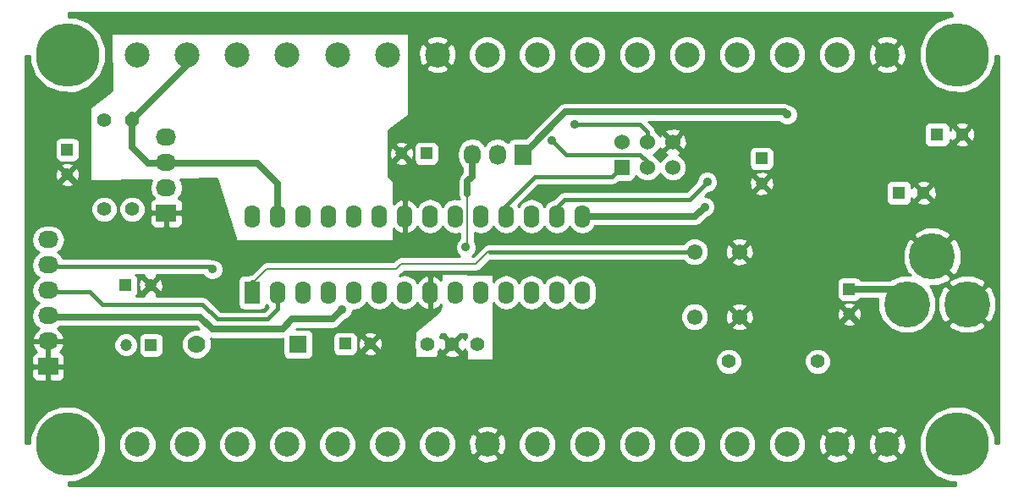
<source format=gbr>
G04 #@! TF.FileFunction,Copper,L2,Bot,Plane*
%FSLAX46Y46*%
G04 Gerber Fmt 4.6, Leading zero omitted, Abs format (unit mm)*
G04 Created by KiCad (PCBNEW (after 2015-mar-04 BZR unknown)-product) date 8/29/2015 7:40:19 PM*
%MOMM*%
G01*
G04 APERTURE LIST*
%ADD10C,0.150000*%
%ADD11R,1.200000X1.200000*%
%ADD12C,1.200000*%
%ADD13R,2.032000X1.727200*%
%ADD14O,2.032000X1.727200*%
%ADD15R,1.727200X2.032000*%
%ADD16O,1.727200X2.032000*%
%ADD17R,1.524000X1.524000*%
%ADD18C,1.524000*%
%ADD19C,2.499360*%
%ADD20C,6.350000*%
%ADD21C,1.397000*%
%ADD22C,1.549400*%
%ADD23O,1.574800X2.286000*%
%ADD24R,1.574800X2.286000*%
%ADD25C,1.778000*%
%ADD26R,1.778000X1.778000*%
%ADD27R,1.300000X1.300000*%
%ADD28C,1.300000*%
%ADD29C,4.600000*%
%ADD30C,0.889000*%
%ADD31C,0.381000*%
%ADD32C,0.635000*%
%ADD33C,0.203200*%
%ADD34C,0.254000*%
G04 APERTURE END LIST*
D10*
D11*
X92456000Y-93853000D03*
D12*
X92456000Y-96353000D03*
D11*
X98298000Y-107442000D03*
D12*
X100798000Y-107442000D03*
D11*
X100838000Y-113411000D03*
D12*
X98338000Y-113411000D03*
D11*
X120269000Y-113284000D03*
D12*
X122769000Y-113284000D03*
D11*
X128397000Y-94234000D03*
D12*
X125897000Y-94234000D03*
D11*
X161925000Y-94742000D03*
D12*
X161925000Y-97242000D03*
D11*
X170688000Y-107823000D03*
D12*
X170688000Y-110323000D03*
D13*
X90551000Y-115570000D03*
D14*
X90551000Y-113030000D03*
X90551000Y-110490000D03*
X90551000Y-107950000D03*
X90551000Y-105410000D03*
X90551000Y-102870000D03*
D15*
X138049000Y-94361000D03*
D16*
X135509000Y-94361000D03*
X132969000Y-94361000D03*
D17*
X147955000Y-95631000D03*
D18*
X147955000Y-93091000D03*
X150495000Y-95631000D03*
X150495000Y-93091000D03*
X153035000Y-95631000D03*
X153035000Y-93091000D03*
D19*
X174474000Y-123340000D03*
X169472740Y-123340000D03*
X164474020Y-123340000D03*
X159472760Y-123340000D03*
X154474040Y-123340000D03*
X149472780Y-123340000D03*
X144474060Y-123340000D03*
X139472800Y-123340000D03*
X99474000Y-84340000D03*
X104475260Y-84340000D03*
X109473980Y-84340000D03*
X114475240Y-84340000D03*
X119473960Y-84340000D03*
X124475220Y-84340000D03*
X129473940Y-84340000D03*
X134475200Y-84340000D03*
X139474000Y-84340000D03*
X144475260Y-84340000D03*
X149473980Y-84340000D03*
X154475240Y-84340000D03*
X159473960Y-84340000D03*
X164475220Y-84340000D03*
X169473940Y-84340000D03*
X174475200Y-84340000D03*
X134474000Y-123340000D03*
X129472740Y-123340000D03*
X124474020Y-123340000D03*
X119472760Y-123340000D03*
X114474040Y-123340000D03*
X109472780Y-123340000D03*
X104474060Y-123340000D03*
X99472800Y-123340000D03*
D13*
X102362000Y-100203000D03*
D14*
X102362000Y-97663000D03*
X102362000Y-95123000D03*
X102362000Y-92583000D03*
D20*
X181474000Y-123340000D03*
X181474000Y-84340000D03*
X92474000Y-123340000D03*
X92474000Y-84340000D03*
D21*
X96139000Y-99822000D03*
X96139000Y-90932000D03*
X98933000Y-99822000D03*
X98933000Y-90932000D03*
X167513000Y-115062000D03*
X158623000Y-115062000D03*
D22*
X155223560Y-104088800D03*
X159724440Y-104088800D03*
X155223560Y-110591200D03*
X159724440Y-110591200D03*
D23*
X113504000Y-108150000D03*
X116044000Y-108150000D03*
X118584000Y-108150000D03*
X121124000Y-108150000D03*
X123664000Y-108150000D03*
X126204000Y-108150000D03*
X128744000Y-108150000D03*
X131284000Y-108150000D03*
X133824000Y-108150000D03*
X136364000Y-108150000D03*
X138904000Y-108150000D03*
X141444000Y-108150000D03*
X143984000Y-108150000D03*
D24*
X110964000Y-108150000D03*
D23*
X143984000Y-100530000D03*
X141444000Y-100530000D03*
X138904000Y-100530000D03*
X136364000Y-100530000D03*
X133824000Y-100530000D03*
X131284000Y-100530000D03*
X128744000Y-100530000D03*
X126204000Y-100530000D03*
X123664000Y-100530000D03*
X121124000Y-100530000D03*
X118584000Y-100530000D03*
X116044000Y-100530000D03*
X113504000Y-100530000D03*
X110964000Y-100530000D03*
D21*
X128474640Y-113340000D03*
X133473360Y-113340000D03*
X130974000Y-113340000D03*
D25*
X105394000Y-113340000D03*
D26*
X115554000Y-113340000D03*
D27*
X175641000Y-98171000D03*
D28*
X178141000Y-98171000D03*
D27*
X179474000Y-92340000D03*
D28*
X181974000Y-92340000D03*
D29*
X182474000Y-109340000D03*
X176474000Y-109340000D03*
X178974000Y-104540000D03*
D30*
X106974000Y-105840000D03*
X156474000Y-97090000D03*
X143224000Y-91340000D03*
X140970000Y-92964000D03*
X156224000Y-99590000D03*
X132334000Y-103632000D03*
X119974000Y-109840000D03*
X165974000Y-101340000D03*
X164474000Y-90340000D03*
D31*
X113504000Y-109810000D02*
X113504000Y-108150000D01*
X112474000Y-110840000D02*
X113504000Y-109810000D01*
X107474000Y-110840000D02*
X112474000Y-110840000D01*
X105974000Y-109340000D02*
X107474000Y-110840000D01*
X95974000Y-109340000D02*
X105974000Y-109340000D01*
X94704000Y-108070000D02*
X95974000Y-109340000D01*
X90474000Y-108070000D02*
X94704000Y-108070000D01*
X106664000Y-105530000D02*
X106974000Y-105840000D01*
X90474000Y-105530000D02*
X106664000Y-105530000D01*
X141444000Y-99620000D02*
X142224000Y-98840000D01*
X142224000Y-98840000D02*
X154724000Y-98840000D01*
X154724000Y-98840000D02*
X156474000Y-97090000D01*
X141444000Y-100530000D02*
X141444000Y-99620000D01*
X149724000Y-91340000D02*
X143224000Y-91340000D01*
X150474000Y-92090000D02*
X149724000Y-91340000D01*
X150474000Y-93070000D02*
X150474000Y-92090000D01*
X136364000Y-99450000D02*
X139224000Y-96590000D01*
X139224000Y-96590000D02*
X146954000Y-96590000D01*
X146954000Y-96590000D02*
X147934000Y-95610000D01*
X136364000Y-100530000D02*
X136364000Y-99450000D01*
X145288000Y-94340000D02*
X142346000Y-94340000D01*
X142346000Y-94340000D02*
X140970000Y-92964000D01*
X149724000Y-94340000D02*
X145288000Y-94340000D01*
X150474000Y-95090000D02*
X149724000Y-94340000D01*
X150474000Y-95610000D02*
X150474000Y-95090000D01*
D32*
X155284000Y-100530000D02*
X156224000Y-99590000D01*
X143984000Y-100530000D02*
X155284000Y-100530000D01*
D31*
X155223560Y-104088800D02*
X134747000Y-104088800D01*
X110964000Y-108150000D02*
X110964000Y-107100000D01*
D33*
X122174000Y-105791000D02*
X125349000Y-105791000D01*
X112395000Y-105791000D02*
X122174000Y-105791000D01*
X110964000Y-107222000D02*
X112395000Y-105791000D01*
X110964000Y-108150000D02*
X110964000Y-107222000D01*
X125857000Y-105283000D02*
X127381000Y-105283000D01*
X125349000Y-105791000D02*
X125857000Y-105283000D01*
X122174000Y-105791000D02*
X125349000Y-105791000D01*
X134620000Y-104013000D02*
X134747000Y-104013000D01*
X134747000Y-104013000D02*
X134747000Y-104088800D01*
X127381000Y-105283000D02*
X130175000Y-105283000D01*
X133350000Y-105283000D02*
X134620000Y-104013000D01*
X130175000Y-105283000D02*
X133350000Y-105283000D01*
D32*
X102616000Y-95250000D02*
X100584000Y-95250000D01*
X100584000Y-95250000D02*
X98933000Y-93599000D01*
X102616000Y-95250000D02*
X111506000Y-95250000D01*
X104475260Y-84340000D02*
X104475260Y-85389740D01*
X104475260Y-85389740D02*
X98933000Y-90932000D01*
X98933000Y-93599000D02*
X98933000Y-90932000D01*
D31*
X98933000Y-90932000D02*
X98933000Y-90377000D01*
D32*
X113504000Y-97248000D02*
X113504000Y-100530000D01*
X111506000Y-95250000D02*
X113504000Y-97248000D01*
X98933000Y-90377000D02*
X98933000Y-90932000D01*
X170688000Y-107823000D02*
X174861000Y-107823000D01*
X174861000Y-107823000D02*
X176378000Y-109340000D01*
X114974000Y-110840000D02*
X113974000Y-111840000D01*
X113974000Y-111840000D02*
X106974000Y-111840000D01*
X105744000Y-110610000D02*
X106974000Y-111840000D01*
X90474000Y-110610000D02*
X105744000Y-110610000D01*
D33*
X118974000Y-110840000D02*
X119974000Y-109840000D01*
X132461000Y-94813000D02*
X132934000Y-94340000D01*
X132334000Y-103632000D02*
X132461000Y-103505000D01*
X132461000Y-103505000D02*
X132334000Y-103632000D01*
X132934000Y-96555000D02*
X132461000Y-97028000D01*
X132461000Y-98298000D02*
X132461000Y-103505000D01*
X132461000Y-97028000D02*
X132461000Y-98298000D01*
D32*
X132461000Y-97028000D02*
X132461000Y-98298000D01*
X132934000Y-96555000D02*
X132461000Y-97028000D01*
X132934000Y-94340000D02*
X132934000Y-96555000D01*
X118974000Y-110840000D02*
X119974000Y-109840000D01*
X114974000Y-110840000D02*
X118974000Y-110840000D01*
X164474000Y-90340000D02*
X164224000Y-90090000D01*
X164224000Y-90090000D02*
X142264000Y-90090000D01*
X142264000Y-90090000D02*
X138014000Y-94340000D01*
D34*
G36*
X185648500Y-123213000D02*
X185410843Y-123213000D01*
X185410843Y-109914464D01*
X185407127Y-108746855D01*
X184967451Y-107685383D01*
X184565553Y-107428052D01*
X184385948Y-107607657D01*
X184385948Y-107248447D01*
X184128617Y-106846549D01*
X183271622Y-106494761D01*
X183271622Y-92520922D01*
X183242083Y-92010572D01*
X183103611Y-91676271D01*
X182873016Y-91620590D01*
X182693410Y-91800195D01*
X182693410Y-91440984D01*
X182637729Y-91210389D01*
X182154922Y-91042378D01*
X181644572Y-91071917D01*
X181310271Y-91210389D01*
X181254590Y-91440984D01*
X181974000Y-92160395D01*
X182693410Y-91440984D01*
X182693410Y-91800195D01*
X182153605Y-92340000D01*
X182873016Y-93059410D01*
X183103611Y-93003729D01*
X183271622Y-92520922D01*
X183271622Y-106494761D01*
X183048464Y-106403157D01*
X182693410Y-106404286D01*
X182693410Y-93239016D01*
X181974000Y-92519605D01*
X181794395Y-92699210D01*
X181794395Y-92340000D01*
X181074984Y-91620590D01*
X180844389Y-91676271D01*
X180771440Y-91885901D01*
X180771440Y-91690000D01*
X180724463Y-91447877D01*
X180584673Y-91235073D01*
X180373640Y-91092623D01*
X180124000Y-91042560D01*
X178824000Y-91042560D01*
X178581877Y-91089537D01*
X178369073Y-91229327D01*
X178226623Y-91440360D01*
X178176560Y-91690000D01*
X178176560Y-92990000D01*
X178223537Y-93232123D01*
X178363327Y-93444927D01*
X178574360Y-93587377D01*
X178824000Y-93637440D01*
X180124000Y-93637440D01*
X180366123Y-93590463D01*
X180578927Y-93450673D01*
X180721377Y-93239640D01*
X180771440Y-92990000D01*
X180771440Y-92827614D01*
X180844389Y-93003729D01*
X181074984Y-93059410D01*
X181794395Y-92340000D01*
X181794395Y-92699210D01*
X181254590Y-93239016D01*
X181310271Y-93469611D01*
X181793078Y-93637622D01*
X182303428Y-93608083D01*
X182637729Y-93469611D01*
X182693410Y-93239016D01*
X182693410Y-106404286D01*
X181910843Y-106406777D01*
X181910843Y-105114464D01*
X181907127Y-103946855D01*
X181467451Y-102885383D01*
X181065553Y-102628052D01*
X180885948Y-102807657D01*
X180885948Y-102448447D01*
X180628617Y-102046549D01*
X179548464Y-101603157D01*
X179438622Y-101603506D01*
X179438622Y-98351922D01*
X179409083Y-97841572D01*
X179270611Y-97507271D01*
X179040016Y-97451590D01*
X178860410Y-97631195D01*
X178860410Y-97271984D01*
X178804729Y-97041389D01*
X178321922Y-96873378D01*
X177811572Y-96902917D01*
X177477271Y-97041389D01*
X177421590Y-97271984D01*
X178141000Y-97991395D01*
X178860410Y-97271984D01*
X178860410Y-97631195D01*
X178320605Y-98171000D01*
X179040016Y-98890410D01*
X179270611Y-98834729D01*
X179438622Y-98351922D01*
X179438622Y-101603506D01*
X178860410Y-101605346D01*
X178860410Y-99070016D01*
X178141000Y-98350605D01*
X177961395Y-98530210D01*
X177961395Y-98171000D01*
X177241984Y-97451590D01*
X177011389Y-97507271D01*
X176938440Y-97716901D01*
X176938440Y-97521000D01*
X176891463Y-97278877D01*
X176751673Y-97066073D01*
X176540640Y-96923623D01*
X176369271Y-96889256D01*
X176369271Y-84664117D01*
X176349128Y-83914616D01*
X176101059Y-83315725D01*
X175808289Y-83186517D01*
X175628683Y-83366122D01*
X175628683Y-83006911D01*
X175499475Y-82714141D01*
X174799317Y-82445929D01*
X174049816Y-82466072D01*
X173450925Y-82714141D01*
X173321717Y-83006911D01*
X174475200Y-84160395D01*
X175628683Y-83006911D01*
X175628683Y-83366122D01*
X174654805Y-84340000D01*
X175808289Y-85493483D01*
X176101059Y-85364275D01*
X176369271Y-84664117D01*
X176369271Y-96889256D01*
X176291000Y-96873560D01*
X175628683Y-96873560D01*
X175628683Y-85673089D01*
X174475200Y-84519605D01*
X174295595Y-84699210D01*
X174295595Y-84340000D01*
X173142111Y-83186517D01*
X172849341Y-83315725D01*
X172581129Y-84015883D01*
X172601272Y-84765384D01*
X172849341Y-85364275D01*
X173142111Y-85493483D01*
X174295595Y-84340000D01*
X174295595Y-84699210D01*
X173321717Y-85673089D01*
X173450925Y-85965859D01*
X174151083Y-86234071D01*
X174900584Y-86213928D01*
X175499475Y-85965859D01*
X175628683Y-85673089D01*
X175628683Y-96873560D01*
X174991000Y-96873560D01*
X174748877Y-96920537D01*
X174536073Y-97060327D01*
X174393623Y-97271360D01*
X174343560Y-97521000D01*
X174343560Y-98821000D01*
X174390537Y-99063123D01*
X174530327Y-99275927D01*
X174741360Y-99418377D01*
X174991000Y-99468440D01*
X176291000Y-99468440D01*
X176533123Y-99421463D01*
X176745927Y-99281673D01*
X176888377Y-99070640D01*
X176938440Y-98821000D01*
X176938440Y-98658614D01*
X177011389Y-98834729D01*
X177241984Y-98890410D01*
X177961395Y-98171000D01*
X177961395Y-98530210D01*
X177421590Y-99070016D01*
X177477271Y-99300611D01*
X177960078Y-99468622D01*
X178470428Y-99439083D01*
X178804729Y-99300611D01*
X178860410Y-99070016D01*
X178860410Y-101605346D01*
X178380855Y-101606873D01*
X177319383Y-102046549D01*
X177062052Y-102448447D01*
X178974000Y-104360395D01*
X180885948Y-102448447D01*
X180885948Y-102807657D01*
X179153605Y-104540000D01*
X181065553Y-106451948D01*
X181467451Y-106194617D01*
X181910843Y-105114464D01*
X181910843Y-106406777D01*
X181880855Y-106406873D01*
X180885948Y-106818976D01*
X180885948Y-106631553D01*
X178974000Y-104719605D01*
X178959857Y-104733747D01*
X178780252Y-104554142D01*
X178794395Y-104540000D01*
X176882447Y-102628052D01*
X176480549Y-102885383D01*
X176037157Y-103965536D01*
X176040873Y-105133145D01*
X176480549Y-106194617D01*
X176809580Y-106405292D01*
X175892754Y-106404492D01*
X174813628Y-106850377D01*
X174793469Y-106870500D01*
X171815956Y-106870500D01*
X171748673Y-106768073D01*
X171537640Y-106625623D01*
X171358946Y-106589787D01*
X171358946Y-83966759D01*
X171072626Y-83273809D01*
X170542919Y-82743178D01*
X169850471Y-82455648D01*
X169100699Y-82454994D01*
X168407749Y-82741314D01*
X167877118Y-83271021D01*
X167589588Y-83963469D01*
X167588934Y-84713241D01*
X167875254Y-85406191D01*
X168404961Y-85936822D01*
X169097409Y-86224352D01*
X169847181Y-86225006D01*
X170540131Y-85938686D01*
X171070762Y-85408979D01*
X171358292Y-84716531D01*
X171358946Y-83966759D01*
X171358946Y-106589787D01*
X171288000Y-106575560D01*
X170088000Y-106575560D01*
X169845877Y-106622537D01*
X169633073Y-106762327D01*
X169490623Y-106973360D01*
X169440560Y-107223000D01*
X169440560Y-108423000D01*
X169487537Y-108665123D01*
X169627327Y-108877927D01*
X169838360Y-109020377D01*
X170088000Y-109070440D01*
X171288000Y-109070440D01*
X171530123Y-109023463D01*
X171742927Y-108883673D01*
X171815945Y-108775500D01*
X173539491Y-108775500D01*
X173538492Y-109921246D01*
X173984377Y-111000372D01*
X174809285Y-111826721D01*
X175887631Y-112274489D01*
X177055246Y-112275508D01*
X178134372Y-111829623D01*
X178960721Y-111004715D01*
X179408489Y-109926369D01*
X179409508Y-108758754D01*
X178963623Y-107679628D01*
X178760046Y-107475695D01*
X179567145Y-107473127D01*
X180628617Y-107033451D01*
X180885948Y-106631553D01*
X180885948Y-106818976D01*
X180819383Y-106846549D01*
X180562052Y-107248447D01*
X182474000Y-109160395D01*
X184385948Y-107248447D01*
X184385948Y-107607657D01*
X182653605Y-109340000D01*
X184565553Y-111251948D01*
X184967451Y-110994617D01*
X185410843Y-109914464D01*
X185410843Y-123213000D01*
X185284112Y-123213000D01*
X185284660Y-122585469D01*
X184705844Y-121184628D01*
X184385948Y-120864173D01*
X184385948Y-111431553D01*
X182474000Y-109519605D01*
X182294395Y-109699210D01*
X182294395Y-109340000D01*
X180382447Y-107428052D01*
X179980549Y-107685383D01*
X179537157Y-108765536D01*
X179540873Y-109933145D01*
X179980549Y-110994617D01*
X180382447Y-111251948D01*
X182294395Y-109340000D01*
X182294395Y-109699210D01*
X180562052Y-111431553D01*
X180819383Y-111833451D01*
X181899536Y-112276843D01*
X183067145Y-112273127D01*
X184128617Y-111833451D01*
X184385948Y-111431553D01*
X184385948Y-120864173D01*
X183635009Y-120111923D01*
X182235181Y-119530663D01*
X180719469Y-119529340D01*
X179318628Y-120108156D01*
X178245923Y-121178991D01*
X177664663Y-122578819D01*
X177663340Y-124094531D01*
X178242156Y-125495372D01*
X179312991Y-126568077D01*
X180712819Y-127149337D01*
X181347000Y-127149890D01*
X181347000Y-127514500D01*
X176368071Y-127514500D01*
X176368071Y-123664117D01*
X176347928Y-122914616D01*
X176099859Y-122315725D01*
X175807089Y-122186517D01*
X175627483Y-122366122D01*
X175627483Y-122006911D01*
X175498275Y-121714141D01*
X174798117Y-121445929D01*
X174048616Y-121466072D01*
X173449725Y-121714141D01*
X173320517Y-122006911D01*
X174474000Y-123160395D01*
X175627483Y-122006911D01*
X175627483Y-122366122D01*
X174653605Y-123340000D01*
X175807089Y-124493483D01*
X176099859Y-124364275D01*
X176368071Y-123664117D01*
X176368071Y-127514500D01*
X175627483Y-127514500D01*
X175627483Y-124673089D01*
X174474000Y-123519605D01*
X174294395Y-123699210D01*
X174294395Y-123340000D01*
X173140911Y-122186517D01*
X172848141Y-122315725D01*
X172579929Y-123015883D01*
X172600072Y-123765384D01*
X172848141Y-124364275D01*
X173140911Y-124493483D01*
X174294395Y-123340000D01*
X174294395Y-123699210D01*
X173320517Y-124673089D01*
X173449725Y-124965859D01*
X174149883Y-125234071D01*
X174899384Y-125213928D01*
X175498275Y-124965859D01*
X175627483Y-124673089D01*
X175627483Y-127514500D01*
X171935807Y-127514500D01*
X171935807Y-110491964D01*
X171905482Y-110001587D01*
X171776164Y-109689383D01*
X171550735Y-109639870D01*
X171371130Y-109819475D01*
X171371130Y-109460265D01*
X171321617Y-109234836D01*
X170856964Y-109075193D01*
X170366587Y-109105518D01*
X170054383Y-109234836D01*
X170004870Y-109460265D01*
X170688000Y-110143395D01*
X171371130Y-109460265D01*
X171371130Y-109819475D01*
X170867605Y-110323000D01*
X171550735Y-111006130D01*
X171776164Y-110956617D01*
X171935807Y-110491964D01*
X171935807Y-127514500D01*
X171371130Y-127514500D01*
X171371130Y-111185735D01*
X170688000Y-110502605D01*
X170508395Y-110682210D01*
X170508395Y-110323000D01*
X169825265Y-109639870D01*
X169599836Y-109689383D01*
X169440193Y-110154036D01*
X169470518Y-110644413D01*
X169599836Y-110956617D01*
X169825265Y-111006130D01*
X170508395Y-110323000D01*
X170508395Y-110682210D01*
X170004870Y-111185735D01*
X170054383Y-111411164D01*
X170519036Y-111570807D01*
X171009413Y-111540482D01*
X171321617Y-111411164D01*
X171371130Y-111185735D01*
X171371130Y-127514500D01*
X171366811Y-127514500D01*
X171366811Y-123664117D01*
X171346668Y-122914616D01*
X171098599Y-122315725D01*
X170805829Y-122186517D01*
X170626223Y-122366122D01*
X170626223Y-122006911D01*
X170497015Y-121714141D01*
X169796857Y-121445929D01*
X169047356Y-121466072D01*
X168846731Y-121549173D01*
X168846731Y-114797914D01*
X168644146Y-114307620D01*
X168269353Y-113932173D01*
X167779413Y-113728732D01*
X167248914Y-113728269D01*
X166758620Y-113930854D01*
X166383173Y-114305647D01*
X166360226Y-114360909D01*
X166360226Y-83966759D01*
X166073906Y-83273809D01*
X165544199Y-82743178D01*
X164851751Y-82455648D01*
X164101979Y-82454994D01*
X163409029Y-82741314D01*
X162878398Y-83271021D01*
X162590868Y-83963469D01*
X162590214Y-84713241D01*
X162876534Y-85406191D01*
X163406241Y-85936822D01*
X164098689Y-86224352D01*
X164848461Y-86225006D01*
X165541411Y-85938686D01*
X166072042Y-85408979D01*
X166359572Y-84716531D01*
X166360226Y-83966759D01*
X166360226Y-114360909D01*
X166179732Y-114795587D01*
X166179269Y-115326086D01*
X166381854Y-115816380D01*
X166756647Y-116191827D01*
X167246587Y-116395268D01*
X167777086Y-116395731D01*
X168267380Y-116193146D01*
X168642827Y-115818353D01*
X168846268Y-115328413D01*
X168846731Y-114797914D01*
X168846731Y-121549173D01*
X168448465Y-121714141D01*
X168319257Y-122006911D01*
X169472740Y-123160395D01*
X170626223Y-122006911D01*
X170626223Y-122366122D01*
X169652345Y-123340000D01*
X170805829Y-124493483D01*
X171098599Y-124364275D01*
X171366811Y-123664117D01*
X171366811Y-127514500D01*
X170626223Y-127514500D01*
X170626223Y-124673089D01*
X169472740Y-123519605D01*
X169293135Y-123699210D01*
X169293135Y-123340000D01*
X168139651Y-122186517D01*
X167846881Y-122315725D01*
X167578669Y-123015883D01*
X167598812Y-123765384D01*
X167846881Y-124364275D01*
X168139651Y-124493483D01*
X169293135Y-123340000D01*
X169293135Y-123699210D01*
X168319257Y-124673089D01*
X168448465Y-124965859D01*
X169148623Y-125234071D01*
X169898124Y-125213928D01*
X170497015Y-124965859D01*
X170626223Y-124673089D01*
X170626223Y-127514500D01*
X166359026Y-127514500D01*
X166359026Y-122966759D01*
X166072706Y-122273809D01*
X165553687Y-121753884D01*
X165553687Y-90126216D01*
X165389689Y-89729311D01*
X165086286Y-89425378D01*
X164689668Y-89260687D01*
X164664323Y-89260664D01*
X164588506Y-89210005D01*
X164224000Y-89137500D01*
X161358966Y-89137500D01*
X161358966Y-83966759D01*
X161072646Y-83273809D01*
X160542939Y-82743178D01*
X159850491Y-82455648D01*
X159100719Y-82454994D01*
X158407769Y-82741314D01*
X157877138Y-83271021D01*
X157589608Y-83963469D01*
X157588954Y-84713241D01*
X157875274Y-85406191D01*
X158404981Y-85936822D01*
X159097429Y-86224352D01*
X159847201Y-86225006D01*
X160540151Y-85938686D01*
X161070782Y-85408979D01*
X161358312Y-84716531D01*
X161358966Y-83966759D01*
X161358966Y-89137500D01*
X156360246Y-89137500D01*
X156360246Y-83966759D01*
X156073926Y-83273809D01*
X155544219Y-82743178D01*
X154851771Y-82455648D01*
X154101999Y-82454994D01*
X153409049Y-82741314D01*
X152878418Y-83271021D01*
X152590888Y-83963469D01*
X152590234Y-84713241D01*
X152876554Y-85406191D01*
X153406261Y-85936822D01*
X154098709Y-86224352D01*
X154848481Y-86225006D01*
X155541431Y-85938686D01*
X156072062Y-85408979D01*
X156359592Y-84716531D01*
X156360246Y-83966759D01*
X156360246Y-89137500D01*
X151358986Y-89137500D01*
X151358986Y-83966759D01*
X151072666Y-83273809D01*
X150542959Y-82743178D01*
X149850511Y-82455648D01*
X149100739Y-82454994D01*
X148407789Y-82741314D01*
X147877158Y-83271021D01*
X147589628Y-83963469D01*
X147588974Y-84713241D01*
X147875294Y-85406191D01*
X148405001Y-85936822D01*
X149097449Y-86224352D01*
X149847221Y-86225006D01*
X150540171Y-85938686D01*
X151070802Y-85408979D01*
X151358332Y-84716531D01*
X151358986Y-83966759D01*
X151358986Y-89137500D01*
X146360266Y-89137500D01*
X146360266Y-83966759D01*
X146073946Y-83273809D01*
X145544239Y-82743178D01*
X144851791Y-82455648D01*
X144102019Y-82454994D01*
X143409069Y-82741314D01*
X142878438Y-83271021D01*
X142590908Y-83963469D01*
X142590254Y-84713241D01*
X142876574Y-85406191D01*
X143406281Y-85936822D01*
X144098729Y-86224352D01*
X144848501Y-86225006D01*
X145541451Y-85938686D01*
X146072082Y-85408979D01*
X146359612Y-84716531D01*
X146360266Y-83966759D01*
X146360266Y-89137500D01*
X142264000Y-89137500D01*
X141899494Y-89210005D01*
X141590481Y-89416481D01*
X141359006Y-89647956D01*
X141359006Y-83966759D01*
X141072686Y-83273809D01*
X140542979Y-82743178D01*
X139850531Y-82455648D01*
X139100759Y-82454994D01*
X138407809Y-82741314D01*
X137877178Y-83271021D01*
X137589648Y-83963469D01*
X137588994Y-84713241D01*
X137875314Y-85406191D01*
X138405021Y-85936822D01*
X139097469Y-86224352D01*
X139847241Y-86225006D01*
X140540191Y-85938686D01*
X141070822Y-85408979D01*
X141358352Y-84716531D01*
X141359006Y-83966759D01*
X141359006Y-89647956D01*
X138309402Y-92697560D01*
X137185400Y-92697560D01*
X136943277Y-92744537D01*
X136730473Y-92884327D01*
X136588023Y-93095360D01*
X136580281Y-93133962D01*
X136568670Y-93116585D01*
X136360206Y-92977293D01*
X136360206Y-83966759D01*
X136073886Y-83273809D01*
X135544179Y-82743178D01*
X134851731Y-82455648D01*
X134101959Y-82454994D01*
X133409009Y-82741314D01*
X132878378Y-83271021D01*
X132590848Y-83963469D01*
X132590194Y-84713241D01*
X132876514Y-85406191D01*
X133406221Y-85936822D01*
X134098669Y-86224352D01*
X134848441Y-86225006D01*
X135541391Y-85938686D01*
X136072022Y-85408979D01*
X136359552Y-84716531D01*
X136360206Y-83966759D01*
X136360206Y-92977293D01*
X136082489Y-92791729D01*
X135509000Y-92677655D01*
X134935511Y-92791729D01*
X134449330Y-93116585D01*
X134239000Y-93431365D01*
X134028670Y-93116585D01*
X133542489Y-92791729D01*
X132969000Y-92677655D01*
X132395511Y-92791729D01*
X131909330Y-93116585D01*
X131584474Y-93602766D01*
X131470400Y-94176255D01*
X131470400Y-94545745D01*
X131584474Y-95119234D01*
X131909330Y-95605415D01*
X131981500Y-95653637D01*
X131981500Y-96160462D01*
X131787481Y-96354481D01*
X131581005Y-96663494D01*
X131508500Y-97028000D01*
X131508500Y-98298000D01*
X131581005Y-98662506D01*
X131668652Y-98793679D01*
X131368011Y-98733877D01*
X131368011Y-84664117D01*
X131347868Y-83914616D01*
X131099799Y-83315725D01*
X130807029Y-83186517D01*
X130627423Y-83366122D01*
X130627423Y-83006911D01*
X130498215Y-82714141D01*
X129798057Y-82445929D01*
X129048556Y-82466072D01*
X128449665Y-82714141D01*
X128320457Y-83006911D01*
X129473940Y-84160395D01*
X130627423Y-83006911D01*
X130627423Y-83366122D01*
X129653545Y-84340000D01*
X130807029Y-85493483D01*
X131099799Y-85364275D01*
X131368011Y-84664117D01*
X131368011Y-98733877D01*
X131284000Y-98717167D01*
X130739671Y-98825441D01*
X130627423Y-98900442D01*
X130627423Y-85673089D01*
X129473940Y-84519605D01*
X129294335Y-84699210D01*
X129294335Y-84340000D01*
X128140851Y-83186517D01*
X127848081Y-83315725D01*
X127579869Y-84015883D01*
X127600012Y-84765384D01*
X127848081Y-85364275D01*
X128140851Y-85493483D01*
X129294335Y-84340000D01*
X129294335Y-84699210D01*
X128320457Y-85673089D01*
X128449665Y-85965859D01*
X129149823Y-86234071D01*
X129899324Y-86213928D01*
X130498215Y-85965859D01*
X130627423Y-85673089D01*
X130627423Y-98900442D01*
X130278211Y-99133778D01*
X130014000Y-99529198D01*
X129749789Y-99133778D01*
X129644440Y-99063386D01*
X129644440Y-94834000D01*
X129644440Y-93634000D01*
X129597463Y-93391877D01*
X129457673Y-93179073D01*
X129246640Y-93036623D01*
X128997000Y-92986560D01*
X127797000Y-92986560D01*
X127554877Y-93033537D01*
X127342073Y-93173327D01*
X127199623Y-93384360D01*
X127149560Y-93634000D01*
X127149560Y-94834000D01*
X127196537Y-95076123D01*
X127336327Y-95288927D01*
X127547360Y-95431377D01*
X127797000Y-95481440D01*
X128997000Y-95481440D01*
X129239123Y-95434463D01*
X129451927Y-95294673D01*
X129594377Y-95083640D01*
X129644440Y-94834000D01*
X129644440Y-99063386D01*
X129288329Y-98825441D01*
X128744000Y-98717167D01*
X128199671Y-98825441D01*
X127738211Y-99133778D01*
X127474246Y-99528829D01*
X127469525Y-99512738D01*
X127144807Y-99109622D01*
X127144807Y-94402964D01*
X127114482Y-93912587D01*
X126985164Y-93600383D01*
X126759735Y-93550870D01*
X126601000Y-93709605D01*
X126601000Y-90403500D01*
X126601000Y-82213000D01*
X96845785Y-82213000D01*
X96900401Y-87948698D01*
X94742000Y-89599240D01*
X94742000Y-97030965D01*
X100927228Y-96888217D01*
X100792729Y-97089511D01*
X100678655Y-97663000D01*
X100792729Y-98236489D01*
X101117585Y-98722670D01*
X101139780Y-98737500D01*
X100986302Y-98801073D01*
X100807673Y-98979701D01*
X100711000Y-99213090D01*
X100711000Y-99465709D01*
X100711000Y-99917250D01*
X100869750Y-100076000D01*
X102235000Y-100076000D01*
X102235000Y-100056000D01*
X102489000Y-100056000D01*
X102489000Y-100076000D01*
X103854250Y-100076000D01*
X104013000Y-99917250D01*
X104013000Y-99465709D01*
X104013000Y-99213090D01*
X103916327Y-98979701D01*
X103737698Y-98801073D01*
X103584219Y-98737500D01*
X103606415Y-98722670D01*
X103931271Y-98236489D01*
X104045345Y-97663000D01*
X103931271Y-97089511D01*
X103753192Y-96822998D01*
X107386021Y-96739157D01*
X109381330Y-102967000D01*
X125101000Y-102967000D01*
X125101000Y-101749025D01*
X125288014Y-101981191D01*
X125777004Y-102248327D01*
X125856940Y-102265010D01*
X126077000Y-102142852D01*
X126077000Y-100657000D01*
X126057000Y-100657000D01*
X126057000Y-100403000D01*
X126077000Y-100403000D01*
X126077000Y-98917148D01*
X125856940Y-98794990D01*
X125777004Y-98811673D01*
X125288014Y-99078809D01*
X125101000Y-99310974D01*
X125101000Y-97037395D01*
X124601000Y-96537395D01*
X124601000Y-91903500D01*
X126601000Y-90403500D01*
X126601000Y-93709605D01*
X126580130Y-93730475D01*
X126580130Y-93371265D01*
X126530617Y-93145836D01*
X126065964Y-92986193D01*
X125575587Y-93016518D01*
X125263383Y-93145836D01*
X125213870Y-93371265D01*
X125897000Y-94054395D01*
X126580130Y-93371265D01*
X126580130Y-93730475D01*
X126076605Y-94234000D01*
X126759735Y-94917130D01*
X126985164Y-94867617D01*
X127144807Y-94402964D01*
X127144807Y-99109622D01*
X127119986Y-99078809D01*
X126630996Y-98811673D01*
X126580130Y-98801057D01*
X126580130Y-95096735D01*
X125897000Y-94413605D01*
X125717395Y-94593210D01*
X125717395Y-94234000D01*
X125034265Y-93550870D01*
X124808836Y-93600383D01*
X124649193Y-94065036D01*
X124679518Y-94555413D01*
X124808836Y-94867617D01*
X125034265Y-94917130D01*
X125717395Y-94234000D01*
X125717395Y-94593210D01*
X125213870Y-95096735D01*
X125263383Y-95322164D01*
X125728036Y-95481807D01*
X126218413Y-95451482D01*
X126530617Y-95322164D01*
X126580130Y-95096735D01*
X126580130Y-98801057D01*
X126551060Y-98794990D01*
X126331000Y-98917148D01*
X126331000Y-100403000D01*
X126351000Y-100403000D01*
X126351000Y-100657000D01*
X126331000Y-100657000D01*
X126331000Y-102142852D01*
X126551060Y-102265010D01*
X126630996Y-102248327D01*
X127119986Y-101981191D01*
X127469525Y-101547262D01*
X127474246Y-101531170D01*
X127738211Y-101926222D01*
X128199671Y-102234559D01*
X128744000Y-102342833D01*
X129288329Y-102234559D01*
X129749789Y-101926222D01*
X130014000Y-101530801D01*
X130278211Y-101926222D01*
X130739671Y-102234559D01*
X131284000Y-102342833D01*
X131724400Y-102255231D01*
X131724400Y-102715861D01*
X131723311Y-102716311D01*
X131419378Y-103019714D01*
X131254687Y-103416332D01*
X131254313Y-103845784D01*
X131418311Y-104242689D01*
X131721492Y-104546400D01*
X130175000Y-104546400D01*
X127381000Y-104546400D01*
X125857000Y-104546400D01*
X125575115Y-104602470D01*
X125336145Y-104762145D01*
X125043890Y-105054400D01*
X122174000Y-105054400D01*
X112395000Y-105054400D01*
X112113115Y-105110470D01*
X111874145Y-105270145D01*
X110846397Y-106297892D01*
X110648095Y-106337337D01*
X110614835Y-106359560D01*
X110176600Y-106359560D01*
X109934477Y-106406537D01*
X109721673Y-106546327D01*
X109579223Y-106757360D01*
X109529160Y-107007000D01*
X109529160Y-109293000D01*
X109576137Y-109535123D01*
X109715927Y-109747927D01*
X109926960Y-109890377D01*
X110176600Y-109940440D01*
X111751400Y-109940440D01*
X111993523Y-109893463D01*
X112206327Y-109753673D01*
X112348777Y-109542640D01*
X112382720Y-109373378D01*
X112498211Y-109546222D01*
X112559435Y-109587130D01*
X112132066Y-110014500D01*
X107815933Y-110014500D01*
X106557717Y-108756283D01*
X106289906Y-108577337D01*
X105974000Y-108514500D01*
X102045807Y-108514500D01*
X102045807Y-107610964D01*
X102015482Y-107120587D01*
X101886164Y-106808383D01*
X101660735Y-106758870D01*
X100977605Y-107442000D01*
X101660735Y-108125130D01*
X101886164Y-108075617D01*
X102045807Y-107610964D01*
X102045807Y-108514500D01*
X101435057Y-108514500D01*
X101481130Y-108304735D01*
X100798000Y-107621605D01*
X100618395Y-107801210D01*
X100618395Y-107442000D01*
X99935265Y-106758870D01*
X99709836Y-106808383D01*
X99550193Y-107273036D01*
X99580518Y-107763413D01*
X99709836Y-108075617D01*
X99935265Y-108125130D01*
X100618395Y-107442000D01*
X100618395Y-107801210D01*
X100114870Y-108304735D01*
X100160942Y-108514500D01*
X99334922Y-108514500D01*
X99352927Y-108502673D01*
X99495377Y-108291640D01*
X99545440Y-108042000D01*
X99545440Y-106842000D01*
X99498463Y-106599877D01*
X99358673Y-106387073D01*
X99311899Y-106355500D01*
X100164017Y-106355500D01*
X100114870Y-106579265D01*
X100798000Y-107262395D01*
X101481130Y-106579265D01*
X101431982Y-106355500D01*
X106018979Y-106355500D01*
X106058311Y-106450689D01*
X106361714Y-106754622D01*
X106758332Y-106919313D01*
X107187784Y-106919687D01*
X107584689Y-106755689D01*
X107888622Y-106452286D01*
X108053313Y-106055668D01*
X108053687Y-105626216D01*
X107889689Y-105229311D01*
X107586286Y-104925378D01*
X107189668Y-104760687D01*
X106945404Y-104760474D01*
X106945403Y-104760474D01*
X106664000Y-104704500D01*
X104013000Y-104704500D01*
X104013000Y-101192910D01*
X104013000Y-100940291D01*
X104013000Y-100488750D01*
X103854250Y-100330000D01*
X102489000Y-100330000D01*
X102489000Y-101542850D01*
X102647750Y-101701600D01*
X103504309Y-101701600D01*
X103737698Y-101604927D01*
X103916327Y-101426299D01*
X104013000Y-101192910D01*
X104013000Y-104704500D01*
X102235000Y-104704500D01*
X102235000Y-101542850D01*
X102235000Y-100330000D01*
X100869750Y-100330000D01*
X100711000Y-100488750D01*
X100711000Y-100940291D01*
X100711000Y-101192910D01*
X100807673Y-101426299D01*
X100986302Y-101604927D01*
X101219691Y-101701600D01*
X102076250Y-101701600D01*
X102235000Y-101542850D01*
X102235000Y-104704500D01*
X100266731Y-104704500D01*
X100266731Y-99557914D01*
X100064146Y-99067620D01*
X99689353Y-98692173D01*
X99199413Y-98488732D01*
X98668914Y-98488269D01*
X98178620Y-98690854D01*
X97803173Y-99065647D01*
X97599732Y-99555587D01*
X97599269Y-100086086D01*
X97801854Y-100576380D01*
X98176647Y-100951827D01*
X98666587Y-101155268D01*
X99197086Y-101155731D01*
X99687380Y-100953146D01*
X100062827Y-100578353D01*
X100266268Y-100088413D01*
X100266731Y-99557914D01*
X100266731Y-104704500D01*
X97472731Y-104704500D01*
X97472731Y-99557914D01*
X97270146Y-99067620D01*
X96895353Y-98692173D01*
X96405413Y-98488732D01*
X95874914Y-98488269D01*
X95384620Y-98690854D01*
X95009173Y-99065647D01*
X94805732Y-99555587D01*
X94805269Y-100086086D01*
X95007854Y-100576380D01*
X95382647Y-100951827D01*
X95872587Y-101155268D01*
X96403086Y-101155731D01*
X96893380Y-100953146D01*
X97268827Y-100578353D01*
X97472268Y-100088413D01*
X97472731Y-99557914D01*
X97472731Y-104704500D01*
X93703807Y-104704500D01*
X93703807Y-96521964D01*
X93703440Y-96516029D01*
X93703440Y-94453000D01*
X93703440Y-93253000D01*
X93656463Y-93010877D01*
X93516673Y-92798073D01*
X93305640Y-92655623D01*
X93056000Y-92605560D01*
X91856000Y-92605560D01*
X91613877Y-92652537D01*
X91401073Y-92792327D01*
X91258623Y-93003360D01*
X91208560Y-93253000D01*
X91208560Y-94453000D01*
X91255537Y-94695123D01*
X91395327Y-94907927D01*
X91606360Y-95050377D01*
X91856000Y-95100440D01*
X93056000Y-95100440D01*
X93298123Y-95053463D01*
X93510927Y-94913673D01*
X93653377Y-94702640D01*
X93703440Y-94453000D01*
X93703440Y-96516029D01*
X93673482Y-96031587D01*
X93544164Y-95719383D01*
X93318735Y-95669870D01*
X93139130Y-95849475D01*
X93139130Y-95490265D01*
X93089617Y-95264836D01*
X92624964Y-95105193D01*
X92134587Y-95135518D01*
X91822383Y-95264836D01*
X91772870Y-95490265D01*
X92456000Y-96173395D01*
X93139130Y-95490265D01*
X93139130Y-95849475D01*
X92635605Y-96353000D01*
X93318735Y-97036130D01*
X93544164Y-96986617D01*
X93703807Y-96521964D01*
X93703807Y-104704500D01*
X93139130Y-104704500D01*
X93139130Y-97215735D01*
X92456000Y-96532605D01*
X92276395Y-96712210D01*
X92276395Y-96353000D01*
X91593265Y-95669870D01*
X91367836Y-95719383D01*
X91208193Y-96184036D01*
X91238518Y-96674413D01*
X91367836Y-96986617D01*
X91593265Y-97036130D01*
X92276395Y-96353000D01*
X92276395Y-96712210D01*
X91772870Y-97215735D01*
X91822383Y-97441164D01*
X92287036Y-97600807D01*
X92777413Y-97570482D01*
X93089617Y-97441164D01*
X93139130Y-97215735D01*
X93139130Y-104704500D01*
X92032064Y-104704500D01*
X91795415Y-104350330D01*
X91480634Y-104140000D01*
X91795415Y-103929670D01*
X92120271Y-103443489D01*
X92234345Y-102870000D01*
X92120271Y-102296511D01*
X91795415Y-101810330D01*
X91309234Y-101485474D01*
X90735745Y-101371400D01*
X90366255Y-101371400D01*
X89792766Y-101485474D01*
X89306585Y-101810330D01*
X88981729Y-102296511D01*
X88867655Y-102870000D01*
X88981729Y-103443489D01*
X89306585Y-103929670D01*
X89621365Y-104140000D01*
X89306585Y-104350330D01*
X88981729Y-104836511D01*
X88867655Y-105410000D01*
X88981729Y-105983489D01*
X89306585Y-106469670D01*
X89621365Y-106680000D01*
X89306585Y-106890330D01*
X88981729Y-107376511D01*
X88867655Y-107950000D01*
X88981729Y-108523489D01*
X89306585Y-109009670D01*
X89621365Y-109220000D01*
X89306585Y-109430330D01*
X88981729Y-109916511D01*
X88867655Y-110490000D01*
X88981729Y-111063489D01*
X89306585Y-111549670D01*
X89616069Y-111756460D01*
X89200268Y-112127964D01*
X88946291Y-112655209D01*
X88943642Y-112670974D01*
X89064783Y-112903000D01*
X90424000Y-112903000D01*
X90424000Y-112883000D01*
X90678000Y-112883000D01*
X90678000Y-112903000D01*
X92037217Y-112903000D01*
X92158358Y-112670974D01*
X92155709Y-112655209D01*
X91901732Y-112127964D01*
X91485930Y-111756460D01*
X91776213Y-111562500D01*
X105349462Y-111562500D01*
X105603143Y-111816181D01*
X105092188Y-111815736D01*
X104531851Y-112047262D01*
X104102769Y-112475596D01*
X103870265Y-113035528D01*
X103869736Y-113641812D01*
X104101262Y-114202149D01*
X104529596Y-114631231D01*
X105089528Y-114863735D01*
X105695812Y-114864264D01*
X106256149Y-114632738D01*
X106685231Y-114204404D01*
X106917735Y-113644472D01*
X106918264Y-113038188D01*
X106802666Y-112758419D01*
X106974000Y-112792500D01*
X113974000Y-112792500D01*
X114017560Y-112783835D01*
X114017560Y-114229000D01*
X114064537Y-114471123D01*
X114204327Y-114683927D01*
X114415360Y-114826377D01*
X114665000Y-114876440D01*
X116443000Y-114876440D01*
X116685123Y-114829463D01*
X116897927Y-114689673D01*
X117040377Y-114478640D01*
X117090440Y-114229000D01*
X117090440Y-112451000D01*
X117043463Y-112208877D01*
X116903673Y-111996073D01*
X116692640Y-111853623D01*
X116443000Y-111803560D01*
X115357478Y-111803560D01*
X115368538Y-111792500D01*
X118974000Y-111792500D01*
X119338506Y-111719995D01*
X119647519Y-111513519D01*
X120279070Y-110881968D01*
X120584689Y-110755689D01*
X120888622Y-110452286D01*
X121053313Y-110055668D01*
X121053406Y-109948790D01*
X121124000Y-109962833D01*
X121668329Y-109854559D01*
X122129789Y-109546222D01*
X122394000Y-109150801D01*
X122658211Y-109546222D01*
X123119671Y-109854559D01*
X123664000Y-109962833D01*
X124208329Y-109854559D01*
X124669789Y-109546222D01*
X124934000Y-109150801D01*
X125198211Y-109546222D01*
X125659671Y-109854559D01*
X126204000Y-109962833D01*
X126748329Y-109854559D01*
X127209789Y-109546222D01*
X127473753Y-109151170D01*
X127478475Y-109167262D01*
X127828014Y-109601191D01*
X128317004Y-109868327D01*
X128396940Y-109885010D01*
X128617000Y-109762852D01*
X128617000Y-108277000D01*
X128597000Y-108277000D01*
X128597000Y-108023000D01*
X128617000Y-108023000D01*
X128617000Y-106537148D01*
X128396940Y-106414990D01*
X128317004Y-106431673D01*
X127828014Y-106698809D01*
X127478475Y-107132738D01*
X127473753Y-107148829D01*
X127209789Y-106753778D01*
X126748329Y-106445441D01*
X126204000Y-106337167D01*
X125674278Y-106442535D01*
X125869855Y-106311855D01*
X126162110Y-106019600D01*
X127381000Y-106019600D01*
X130175000Y-106019600D01*
X133350000Y-106019600D01*
X133631885Y-105963530D01*
X133870855Y-105803855D01*
X134760410Y-104914300D01*
X154055740Y-104914300D01*
X154423986Y-105283189D01*
X154941923Y-105498255D01*
X155502737Y-105498745D01*
X156021048Y-105284583D01*
X156417949Y-104888374D01*
X156633015Y-104370437D01*
X156633505Y-103809623D01*
X156419343Y-103291312D01*
X156023134Y-102894411D01*
X155505197Y-102679345D01*
X154944383Y-102678855D01*
X154426072Y-102893017D01*
X154055142Y-103263300D01*
X134747000Y-103263300D01*
X134681141Y-103276400D01*
X134620000Y-103276400D01*
X134338115Y-103332470D01*
X134099145Y-103492145D01*
X133044890Y-104546400D01*
X132945980Y-104546400D01*
X133248622Y-104244286D01*
X133413313Y-103847668D01*
X133413687Y-103418216D01*
X133249689Y-103021311D01*
X133197600Y-102969131D01*
X133197600Y-102179721D01*
X133279671Y-102234559D01*
X133824000Y-102342833D01*
X134368329Y-102234559D01*
X134829789Y-101926222D01*
X135094000Y-101530801D01*
X135358211Y-101926222D01*
X135819671Y-102234559D01*
X136364000Y-102342833D01*
X136908329Y-102234559D01*
X137369789Y-101926222D01*
X137634000Y-101530801D01*
X137898211Y-101926222D01*
X138359671Y-102234559D01*
X138904000Y-102342833D01*
X139448329Y-102234559D01*
X139909789Y-101926222D01*
X140174000Y-101530801D01*
X140438211Y-101926222D01*
X140899671Y-102234559D01*
X141444000Y-102342833D01*
X141988329Y-102234559D01*
X142449789Y-101926222D01*
X142714000Y-101530801D01*
X142978211Y-101926222D01*
X143439671Y-102234559D01*
X143984000Y-102342833D01*
X144528329Y-102234559D01*
X144989789Y-101926222D01*
X145286273Y-101482500D01*
X155284000Y-101482500D01*
X155648506Y-101409995D01*
X155957519Y-101203519D01*
X156529069Y-100631968D01*
X156834689Y-100505689D01*
X157138622Y-100202286D01*
X157303313Y-99805668D01*
X157303687Y-99376216D01*
X157139689Y-98979311D01*
X156836286Y-98675378D01*
X156439668Y-98510687D01*
X156220936Y-98510496D01*
X156561855Y-98169577D01*
X156687784Y-98169687D01*
X157084689Y-98005689D01*
X157388622Y-97702286D01*
X157553313Y-97305668D01*
X157553687Y-96876216D01*
X157389689Y-96479311D01*
X157086286Y-96175378D01*
X156689668Y-96010687D01*
X156260216Y-96010313D01*
X155863311Y-96174311D01*
X155559378Y-96477714D01*
X155394687Y-96874332D01*
X155394575Y-97001990D01*
X154444144Y-97952421D01*
X154444144Y-93298698D01*
X154416362Y-92743632D01*
X154257397Y-92359857D01*
X154015213Y-92290392D01*
X153835608Y-92469997D01*
X153835608Y-92110787D01*
X153766143Y-91868603D01*
X153242698Y-91681856D01*
X152687632Y-91709638D01*
X152303857Y-91868603D01*
X152234392Y-92110787D01*
X153035000Y-92911395D01*
X153835608Y-92110787D01*
X153835608Y-92469997D01*
X153214605Y-93091000D01*
X154015213Y-93891608D01*
X154257397Y-93822143D01*
X154444144Y-93298698D01*
X154444144Y-97952421D01*
X154382066Y-98014500D01*
X142224005Y-98014500D01*
X142224000Y-98014499D01*
X141908095Y-98077337D01*
X141640283Y-98256283D01*
X141640280Y-98256286D01*
X141113698Y-98782868D01*
X140899671Y-98825441D01*
X140438211Y-99133778D01*
X140174000Y-99529198D01*
X139909789Y-99133778D01*
X139448329Y-98825441D01*
X138904000Y-98717167D01*
X138359671Y-98825441D01*
X137898211Y-99133778D01*
X137634000Y-99529198D01*
X137561195Y-99420238D01*
X139565933Y-97415500D01*
X146954000Y-97415500D01*
X147269905Y-97352663D01*
X147269906Y-97352663D01*
X147537717Y-97173717D01*
X147670993Y-97040440D01*
X148717000Y-97040440D01*
X148959123Y-96993463D01*
X149171927Y-96853673D01*
X149314377Y-96642640D01*
X149350604Y-96461988D01*
X149702630Y-96814629D01*
X150215900Y-97027757D01*
X150771661Y-97028242D01*
X151285303Y-96816010D01*
X151678629Y-96423370D01*
X151764949Y-96215487D01*
X151849990Y-96421303D01*
X152242630Y-96814629D01*
X152755900Y-97027757D01*
X153311661Y-97028242D01*
X153825303Y-96816010D01*
X154218629Y-96423370D01*
X154431757Y-95910100D01*
X154432242Y-95354339D01*
X154220010Y-94840697D01*
X153827370Y-94447371D01*
X153635272Y-94367605D01*
X153766143Y-94313397D01*
X153835608Y-94071213D01*
X153035000Y-93270605D01*
X152234392Y-94071213D01*
X152303857Y-94313397D01*
X152444317Y-94363508D01*
X152244697Y-94445990D01*
X151851371Y-94838630D01*
X151765050Y-95046512D01*
X151680010Y-94840697D01*
X151287370Y-94447371D01*
X151079487Y-94361050D01*
X151285303Y-94276010D01*
X151678629Y-93883370D01*
X151758394Y-93691272D01*
X151812603Y-93822143D01*
X152054787Y-93891608D01*
X152855395Y-93091000D01*
X152054787Y-92290392D01*
X151812603Y-92359857D01*
X151762491Y-92500317D01*
X151680010Y-92300697D01*
X151287370Y-91907371D01*
X151260994Y-91896419D01*
X151260994Y-91896418D01*
X151236663Y-91774095D01*
X151236663Y-91774094D01*
X151057717Y-91506283D01*
X150593934Y-91042500D01*
X163649961Y-91042500D01*
X163861714Y-91254622D01*
X164258332Y-91419313D01*
X164687784Y-91419687D01*
X165084689Y-91255689D01*
X165388622Y-90952286D01*
X165553313Y-90555668D01*
X165553687Y-90126216D01*
X165553687Y-121753884D01*
X165542999Y-121743178D01*
X164850551Y-121455648D01*
X164100779Y-121454994D01*
X163407829Y-121741314D01*
X163172807Y-121975926D01*
X163172807Y-97410964D01*
X163172440Y-97405029D01*
X163172440Y-95342000D01*
X163172440Y-94142000D01*
X163125463Y-93899877D01*
X162985673Y-93687073D01*
X162774640Y-93544623D01*
X162525000Y-93494560D01*
X161325000Y-93494560D01*
X161082877Y-93541537D01*
X160870073Y-93681327D01*
X160727623Y-93892360D01*
X160677560Y-94142000D01*
X160677560Y-95342000D01*
X160724537Y-95584123D01*
X160864327Y-95796927D01*
X161075360Y-95939377D01*
X161325000Y-95989440D01*
X162525000Y-95989440D01*
X162767123Y-95942463D01*
X162979927Y-95802673D01*
X163122377Y-95591640D01*
X163172440Y-95342000D01*
X163172440Y-97405029D01*
X163142482Y-96920587D01*
X163013164Y-96608383D01*
X162787735Y-96558870D01*
X162608130Y-96738475D01*
X162608130Y-96379265D01*
X162558617Y-96153836D01*
X162093964Y-95994193D01*
X161603587Y-96024518D01*
X161291383Y-96153836D01*
X161241870Y-96379265D01*
X161925000Y-97062395D01*
X162608130Y-96379265D01*
X162608130Y-96738475D01*
X162104605Y-97242000D01*
X162787735Y-97925130D01*
X163013164Y-97875617D01*
X163172807Y-97410964D01*
X163172807Y-121975926D01*
X162877198Y-122271021D01*
X162608130Y-122919007D01*
X162608130Y-98104735D01*
X161925000Y-97421605D01*
X161745395Y-97601210D01*
X161745395Y-97242000D01*
X161062265Y-96558870D01*
X160836836Y-96608383D01*
X160677193Y-97073036D01*
X160707518Y-97563413D01*
X160836836Y-97875617D01*
X161062265Y-97925130D01*
X161745395Y-97242000D01*
X161745395Y-97601210D01*
X161241870Y-98104735D01*
X161291383Y-98330164D01*
X161756036Y-98489807D01*
X162246413Y-98459482D01*
X162558617Y-98330164D01*
X162608130Y-98104735D01*
X162608130Y-122919007D01*
X162589668Y-122963469D01*
X162589014Y-123713241D01*
X162875334Y-124406191D01*
X163405041Y-124936822D01*
X164097489Y-125224352D01*
X164847261Y-125225006D01*
X165540211Y-124938686D01*
X166070842Y-124408979D01*
X166358372Y-123716531D01*
X166359026Y-122966759D01*
X166359026Y-127514500D01*
X161357766Y-127514500D01*
X161357766Y-122966759D01*
X161146225Y-122454788D01*
X161146225Y-110801932D01*
X161146225Y-104299532D01*
X161118642Y-103739397D01*
X160957355Y-103350016D01*
X160713856Y-103278989D01*
X160534251Y-103458594D01*
X160534251Y-103099384D01*
X160463224Y-102855885D01*
X159935172Y-102667015D01*
X159375037Y-102694598D01*
X158985656Y-102855885D01*
X158914629Y-103099384D01*
X159724440Y-103909195D01*
X160534251Y-103099384D01*
X160534251Y-103458594D01*
X159904045Y-104088800D01*
X160713856Y-104898611D01*
X160957355Y-104827584D01*
X161146225Y-104299532D01*
X161146225Y-110801932D01*
X161118642Y-110241797D01*
X160957355Y-109852416D01*
X160713856Y-109781389D01*
X160534251Y-109960994D01*
X160534251Y-109601784D01*
X160534251Y-105078216D01*
X159724440Y-104268405D01*
X159544835Y-104448010D01*
X159544835Y-104088800D01*
X158735024Y-103278989D01*
X158491525Y-103350016D01*
X158302655Y-103878068D01*
X158330238Y-104438203D01*
X158491525Y-104827584D01*
X158735024Y-104898611D01*
X159544835Y-104088800D01*
X159544835Y-104448010D01*
X158914629Y-105078216D01*
X158985656Y-105321715D01*
X159513708Y-105510585D01*
X160073843Y-105483002D01*
X160463224Y-105321715D01*
X160534251Y-105078216D01*
X160534251Y-109601784D01*
X160463224Y-109358285D01*
X159935172Y-109169415D01*
X159375037Y-109196998D01*
X158985656Y-109358285D01*
X158914629Y-109601784D01*
X159724440Y-110411595D01*
X160534251Y-109601784D01*
X160534251Y-109960994D01*
X159904045Y-110591200D01*
X160713856Y-111401011D01*
X160957355Y-111329984D01*
X161146225Y-110801932D01*
X161146225Y-122454788D01*
X161071446Y-122273809D01*
X160541739Y-121743178D01*
X160534251Y-121740068D01*
X160534251Y-111580616D01*
X159724440Y-110770805D01*
X159544835Y-110950410D01*
X159544835Y-110591200D01*
X158735024Y-109781389D01*
X158491525Y-109852416D01*
X158302655Y-110380468D01*
X158330238Y-110940603D01*
X158491525Y-111329984D01*
X158735024Y-111401011D01*
X159544835Y-110591200D01*
X159544835Y-110950410D01*
X158914629Y-111580616D01*
X158985656Y-111824115D01*
X159513708Y-112012985D01*
X160073843Y-111985402D01*
X160463224Y-111824115D01*
X160534251Y-111580616D01*
X160534251Y-121740068D01*
X159956731Y-121500261D01*
X159956731Y-114797914D01*
X159754146Y-114307620D01*
X159379353Y-113932173D01*
X158889413Y-113728732D01*
X158358914Y-113728269D01*
X157868620Y-113930854D01*
X157493173Y-114305647D01*
X157289732Y-114795587D01*
X157289269Y-115326086D01*
X157491854Y-115816380D01*
X157866647Y-116191827D01*
X158356587Y-116395268D01*
X158887086Y-116395731D01*
X159377380Y-116193146D01*
X159752827Y-115818353D01*
X159956268Y-115328413D01*
X159956731Y-114797914D01*
X159956731Y-121500261D01*
X159849291Y-121455648D01*
X159099519Y-121454994D01*
X158406569Y-121741314D01*
X157875938Y-122271021D01*
X157588408Y-122963469D01*
X157587754Y-123713241D01*
X157874074Y-124406191D01*
X158403781Y-124936822D01*
X159096229Y-125224352D01*
X159846001Y-125225006D01*
X160538951Y-124938686D01*
X161069582Y-124408979D01*
X161357112Y-123716531D01*
X161357766Y-122966759D01*
X161357766Y-127514500D01*
X156633505Y-127514500D01*
X156633505Y-110312023D01*
X156419343Y-109793712D01*
X156023134Y-109396811D01*
X155505197Y-109181745D01*
X154944383Y-109181255D01*
X154426072Y-109395417D01*
X154029171Y-109791626D01*
X153814105Y-110309563D01*
X153813615Y-110870377D01*
X154027777Y-111388688D01*
X154423986Y-111785589D01*
X154941923Y-112000655D01*
X155502737Y-112001145D01*
X156021048Y-111786983D01*
X156417949Y-111390774D01*
X156633015Y-110872837D01*
X156633505Y-110312023D01*
X156633505Y-127514500D01*
X156359046Y-127514500D01*
X156359046Y-122966759D01*
X156072726Y-122273809D01*
X155543019Y-121743178D01*
X154850571Y-121455648D01*
X154100799Y-121454994D01*
X153407849Y-121741314D01*
X152877218Y-122271021D01*
X152589688Y-122963469D01*
X152589034Y-123713241D01*
X152875354Y-124406191D01*
X153405061Y-124936822D01*
X154097509Y-125224352D01*
X154847281Y-125225006D01*
X155540231Y-124938686D01*
X156070862Y-124408979D01*
X156358392Y-123716531D01*
X156359046Y-122966759D01*
X156359046Y-127514500D01*
X151357786Y-127514500D01*
X151357786Y-122966759D01*
X151071466Y-122273809D01*
X150541759Y-121743178D01*
X149849311Y-121455648D01*
X149099539Y-121454994D01*
X148406589Y-121741314D01*
X147875958Y-122271021D01*
X147588428Y-122963469D01*
X147587774Y-123713241D01*
X147874094Y-124406191D01*
X148403801Y-124936822D01*
X149096249Y-125224352D01*
X149846021Y-125225006D01*
X150538971Y-124938686D01*
X151069602Y-124408979D01*
X151357132Y-123716531D01*
X151357786Y-122966759D01*
X151357786Y-127514500D01*
X146359066Y-127514500D01*
X146359066Y-122966759D01*
X146072746Y-122273809D01*
X145543039Y-121743178D01*
X145406400Y-121686440D01*
X145406400Y-108540433D01*
X145406400Y-107759567D01*
X145298126Y-107215238D01*
X144989789Y-106753778D01*
X144528329Y-106445441D01*
X143984000Y-106337167D01*
X143439671Y-106445441D01*
X142978211Y-106753778D01*
X142714000Y-107149198D01*
X142449789Y-106753778D01*
X141988329Y-106445441D01*
X141444000Y-106337167D01*
X140899671Y-106445441D01*
X140438211Y-106753778D01*
X140174000Y-107149198D01*
X139909789Y-106753778D01*
X139448329Y-106445441D01*
X138904000Y-106337167D01*
X138359671Y-106445441D01*
X137898211Y-106753778D01*
X137634000Y-107149198D01*
X137369789Y-106753778D01*
X136908329Y-106445441D01*
X136364000Y-106337167D01*
X135819671Y-106445441D01*
X135358211Y-106753778D01*
X135121688Y-107107759D01*
X135129162Y-106301174D01*
X129847000Y-106210809D01*
X129847000Y-106930974D01*
X129659986Y-106698809D01*
X129170996Y-106431673D01*
X129091060Y-106414990D01*
X128871000Y-106537148D01*
X128871000Y-108023000D01*
X128891000Y-108023000D01*
X128891000Y-108277000D01*
X128871000Y-108277000D01*
X128871000Y-109762852D01*
X129091060Y-109885010D01*
X129170996Y-109868327D01*
X129659986Y-109601191D01*
X129847000Y-109369025D01*
X129847000Y-109568602D01*
X129685463Y-110034367D01*
X127254000Y-112081915D01*
X127254000Y-112802348D01*
X127141372Y-113073587D01*
X127140909Y-113604086D01*
X127254000Y-113877787D01*
X127254000Y-114681000D01*
X129524169Y-114681000D01*
X129601896Y-114098919D01*
X129604467Y-114096353D01*
X129717608Y-113823878D01*
X129804200Y-114032929D01*
X130039812Y-114094583D01*
X130794395Y-113340000D01*
X130039812Y-112585417D01*
X129804200Y-112647071D01*
X129790611Y-112685677D01*
X129835169Y-112352000D01*
X130233498Y-112352000D01*
X130219417Y-112405812D01*
X130974000Y-113160395D01*
X131728583Y-112405812D01*
X131714501Y-112352000D01*
X132347000Y-112352000D01*
X132347000Y-112580186D01*
X132343533Y-112583647D01*
X132230391Y-112856121D01*
X132143800Y-112647071D01*
X131908188Y-112585417D01*
X131153605Y-113340000D01*
X131908188Y-114094583D01*
X132143800Y-114032929D01*
X132223389Y-113806801D01*
X132342214Y-114094380D01*
X132347000Y-114099174D01*
X132347000Y-114967000D01*
X135101000Y-114967000D01*
X135101000Y-109340588D01*
X135102638Y-109163730D01*
X135358211Y-109546222D01*
X135819671Y-109854559D01*
X136364000Y-109962833D01*
X136908329Y-109854559D01*
X137369789Y-109546222D01*
X137634000Y-109150801D01*
X137898211Y-109546222D01*
X138359671Y-109854559D01*
X138904000Y-109962833D01*
X139448329Y-109854559D01*
X139909789Y-109546222D01*
X140174000Y-109150801D01*
X140438211Y-109546222D01*
X140899671Y-109854559D01*
X141444000Y-109962833D01*
X141988329Y-109854559D01*
X142449789Y-109546222D01*
X142714000Y-109150801D01*
X142978211Y-109546222D01*
X143439671Y-109854559D01*
X143984000Y-109962833D01*
X144528329Y-109854559D01*
X144989789Y-109546222D01*
X145298126Y-109084762D01*
X145406400Y-108540433D01*
X145406400Y-121686440D01*
X144850591Y-121455648D01*
X144100819Y-121454994D01*
X143407869Y-121741314D01*
X142877238Y-122271021D01*
X142589708Y-122963469D01*
X142589054Y-123713241D01*
X142875374Y-124406191D01*
X143405081Y-124936822D01*
X144097529Y-125224352D01*
X144847301Y-125225006D01*
X145540251Y-124938686D01*
X146070882Y-124408979D01*
X146358412Y-123716531D01*
X146359066Y-122966759D01*
X146359066Y-127514500D01*
X141357806Y-127514500D01*
X141357806Y-122966759D01*
X141071486Y-122273809D01*
X140541779Y-121743178D01*
X139849331Y-121455648D01*
X139099559Y-121454994D01*
X138406609Y-121741314D01*
X137875978Y-122271021D01*
X137588448Y-122963469D01*
X137587794Y-123713241D01*
X137874114Y-124406191D01*
X138403821Y-124936822D01*
X139096269Y-125224352D01*
X139846041Y-125225006D01*
X140538991Y-124938686D01*
X141069622Y-124408979D01*
X141357152Y-123716531D01*
X141357806Y-122966759D01*
X141357806Y-127514500D01*
X136368071Y-127514500D01*
X136368071Y-123664117D01*
X136347928Y-122914616D01*
X136099859Y-122315725D01*
X135807089Y-122186517D01*
X135627483Y-122366122D01*
X135627483Y-122006911D01*
X135498275Y-121714141D01*
X134798117Y-121445929D01*
X134048616Y-121466072D01*
X133449725Y-121714141D01*
X133320517Y-122006911D01*
X134474000Y-123160395D01*
X135627483Y-122006911D01*
X135627483Y-122366122D01*
X134653605Y-123340000D01*
X135807089Y-124493483D01*
X136099859Y-124364275D01*
X136368071Y-123664117D01*
X136368071Y-127514500D01*
X135627483Y-127514500D01*
X135627483Y-124673089D01*
X134474000Y-123519605D01*
X134294395Y-123699210D01*
X134294395Y-123340000D01*
X133140911Y-122186517D01*
X132848141Y-122315725D01*
X132579929Y-123015883D01*
X132600072Y-123765384D01*
X132848141Y-124364275D01*
X133140911Y-124493483D01*
X134294395Y-123340000D01*
X134294395Y-123699210D01*
X133320517Y-124673089D01*
X133449725Y-124965859D01*
X134149883Y-125234071D01*
X134899384Y-125213928D01*
X135498275Y-124965859D01*
X135627483Y-124673089D01*
X135627483Y-127514500D01*
X131728583Y-127514500D01*
X131728583Y-114274188D01*
X130974000Y-113519605D01*
X130219417Y-114274188D01*
X130281071Y-114509800D01*
X130781480Y-114685927D01*
X131311199Y-114657148D01*
X131666929Y-114509800D01*
X131728583Y-114274188D01*
X131728583Y-127514500D01*
X131357746Y-127514500D01*
X131357746Y-122966759D01*
X131071426Y-122273809D01*
X130541719Y-121743178D01*
X129849271Y-121455648D01*
X129099499Y-121454994D01*
X128406549Y-121741314D01*
X127875918Y-122271021D01*
X127588388Y-122963469D01*
X127587734Y-123713241D01*
X127874054Y-124406191D01*
X128403761Y-124936822D01*
X129096209Y-125224352D01*
X129845981Y-125225006D01*
X130538931Y-124938686D01*
X131069562Y-124408979D01*
X131357092Y-123716531D01*
X131357746Y-122966759D01*
X131357746Y-127514500D01*
X126359026Y-127514500D01*
X126359026Y-122966759D01*
X126072706Y-122273809D01*
X125542999Y-121743178D01*
X124850551Y-121455648D01*
X124100779Y-121454994D01*
X124016807Y-121489690D01*
X124016807Y-113452964D01*
X123986482Y-112962587D01*
X123857164Y-112650383D01*
X123631735Y-112600870D01*
X123452130Y-112780475D01*
X123452130Y-112421265D01*
X123402617Y-112195836D01*
X122937964Y-112036193D01*
X122447587Y-112066518D01*
X122135383Y-112195836D01*
X122085870Y-112421265D01*
X122769000Y-113104395D01*
X123452130Y-112421265D01*
X123452130Y-112780475D01*
X122948605Y-113284000D01*
X123631735Y-113967130D01*
X123857164Y-113917617D01*
X124016807Y-113452964D01*
X124016807Y-121489690D01*
X123452130Y-121723009D01*
X123452130Y-114146735D01*
X122769000Y-113463605D01*
X122589395Y-113643210D01*
X122589395Y-113284000D01*
X121906265Y-112600870D01*
X121680836Y-112650383D01*
X121521193Y-113115036D01*
X121551518Y-113605413D01*
X121680836Y-113917617D01*
X121906265Y-113967130D01*
X122589395Y-113284000D01*
X122589395Y-113643210D01*
X122085870Y-114146735D01*
X122135383Y-114372164D01*
X122600036Y-114531807D01*
X123090413Y-114501482D01*
X123402617Y-114372164D01*
X123452130Y-114146735D01*
X123452130Y-121723009D01*
X123407829Y-121741314D01*
X122877198Y-122271021D01*
X122589668Y-122963469D01*
X122589014Y-123713241D01*
X122875334Y-124406191D01*
X123405041Y-124936822D01*
X124097489Y-125224352D01*
X124847261Y-125225006D01*
X125540211Y-124938686D01*
X126070842Y-124408979D01*
X126358372Y-123716531D01*
X126359026Y-122966759D01*
X126359026Y-127514500D01*
X121516440Y-127514500D01*
X121516440Y-113884000D01*
X121516440Y-112684000D01*
X121469463Y-112441877D01*
X121329673Y-112229073D01*
X121118640Y-112086623D01*
X120869000Y-112036560D01*
X119669000Y-112036560D01*
X119426877Y-112083537D01*
X119214073Y-112223327D01*
X119071623Y-112434360D01*
X119021560Y-112684000D01*
X119021560Y-113884000D01*
X119068537Y-114126123D01*
X119208327Y-114338927D01*
X119419360Y-114481377D01*
X119669000Y-114531440D01*
X120869000Y-114531440D01*
X121111123Y-114484463D01*
X121323927Y-114344673D01*
X121466377Y-114133640D01*
X121516440Y-113884000D01*
X121516440Y-127514500D01*
X121357766Y-127514500D01*
X121357766Y-122966759D01*
X121071446Y-122273809D01*
X120541739Y-121743178D01*
X119849291Y-121455648D01*
X119099519Y-121454994D01*
X118406569Y-121741314D01*
X117875938Y-122271021D01*
X117588408Y-122963469D01*
X117587754Y-123713241D01*
X117874074Y-124406191D01*
X118403781Y-124936822D01*
X119096229Y-125224352D01*
X119846001Y-125225006D01*
X120538951Y-124938686D01*
X121069582Y-124408979D01*
X121357112Y-123716531D01*
X121357766Y-122966759D01*
X121357766Y-127514500D01*
X116359046Y-127514500D01*
X116359046Y-122966759D01*
X116072726Y-122273809D01*
X115543019Y-121743178D01*
X114850571Y-121455648D01*
X114100799Y-121454994D01*
X113407849Y-121741314D01*
X112877218Y-122271021D01*
X112589688Y-122963469D01*
X112589034Y-123713241D01*
X112875354Y-124406191D01*
X113405061Y-124936822D01*
X114097509Y-125224352D01*
X114847281Y-125225006D01*
X115540231Y-124938686D01*
X116070862Y-124408979D01*
X116358392Y-123716531D01*
X116359046Y-122966759D01*
X116359046Y-127514500D01*
X111357786Y-127514500D01*
X111357786Y-122966759D01*
X111071466Y-122273809D01*
X110541759Y-121743178D01*
X109849311Y-121455648D01*
X109099539Y-121454994D01*
X108406589Y-121741314D01*
X107875958Y-122271021D01*
X107588428Y-122963469D01*
X107587774Y-123713241D01*
X107874094Y-124406191D01*
X108403801Y-124936822D01*
X109096249Y-125224352D01*
X109846021Y-125225006D01*
X110538971Y-124938686D01*
X111069602Y-124408979D01*
X111357132Y-123716531D01*
X111357786Y-122966759D01*
X111357786Y-127514500D01*
X106359066Y-127514500D01*
X106359066Y-122966759D01*
X106072746Y-122273809D01*
X105543039Y-121743178D01*
X104850591Y-121455648D01*
X104100819Y-121454994D01*
X103407869Y-121741314D01*
X102877238Y-122271021D01*
X102589708Y-122963469D01*
X102589054Y-123713241D01*
X102875374Y-124406191D01*
X103405081Y-124936822D01*
X104097529Y-125224352D01*
X104847301Y-125225006D01*
X105540251Y-124938686D01*
X106070882Y-124408979D01*
X106358412Y-123716531D01*
X106359066Y-122966759D01*
X106359066Y-127514500D01*
X102085440Y-127514500D01*
X102085440Y-114011000D01*
X102085440Y-112811000D01*
X102038463Y-112568877D01*
X101898673Y-112356073D01*
X101687640Y-112213623D01*
X101438000Y-112163560D01*
X100238000Y-112163560D01*
X99995877Y-112210537D01*
X99783073Y-112350327D01*
X99640623Y-112561360D01*
X99590560Y-112811000D01*
X99590560Y-114011000D01*
X99637537Y-114253123D01*
X99777327Y-114465927D01*
X99988360Y-114608377D01*
X100238000Y-114658440D01*
X101438000Y-114658440D01*
X101680123Y-114611463D01*
X101892927Y-114471673D01*
X102035377Y-114260640D01*
X102085440Y-114011000D01*
X102085440Y-127514500D01*
X101357806Y-127514500D01*
X101357806Y-122966759D01*
X101071486Y-122273809D01*
X100541779Y-121743178D01*
X99849331Y-121455648D01*
X99573214Y-121455407D01*
X99573214Y-113166421D01*
X99385592Y-112712343D01*
X99038485Y-112364629D01*
X98584734Y-112176215D01*
X98093421Y-112175786D01*
X97639343Y-112363408D01*
X97291629Y-112710515D01*
X97103215Y-113164266D01*
X97102786Y-113655579D01*
X97290408Y-114109657D01*
X97637515Y-114457371D01*
X98091266Y-114645785D01*
X98582579Y-114646214D01*
X99036657Y-114458592D01*
X99384371Y-114111485D01*
X99572785Y-113657734D01*
X99573214Y-113166421D01*
X99573214Y-121455407D01*
X99099559Y-121454994D01*
X98406609Y-121741314D01*
X97875978Y-122271021D01*
X97588448Y-122963469D01*
X97587794Y-123713241D01*
X97874114Y-124406191D01*
X98403821Y-124936822D01*
X99096269Y-125224352D01*
X99846041Y-125225006D01*
X100538991Y-124938686D01*
X101069622Y-124408979D01*
X101357152Y-123716531D01*
X101357806Y-122966759D01*
X101357806Y-127514500D01*
X92601000Y-127514500D01*
X92601000Y-127150112D01*
X93228531Y-127150660D01*
X94629372Y-126571844D01*
X95702077Y-125501009D01*
X96283337Y-124101181D01*
X96284660Y-122585469D01*
X95705844Y-121184628D01*
X94635009Y-120111923D01*
X93235181Y-119530663D01*
X92202000Y-119529761D01*
X92202000Y-116559910D01*
X92202000Y-116307291D01*
X92202000Y-115855750D01*
X92202000Y-115284250D01*
X92202000Y-114832709D01*
X92202000Y-114580090D01*
X92105327Y-114346701D01*
X91926698Y-114168073D01*
X91729139Y-114086241D01*
X91901732Y-113932036D01*
X92155709Y-113404791D01*
X92158358Y-113389026D01*
X92037217Y-113157000D01*
X90678000Y-113157000D01*
X90678000Y-114230150D01*
X90678000Y-114370924D01*
X90678000Y-115443000D01*
X92043250Y-115443000D01*
X92202000Y-115284250D01*
X92202000Y-115855750D01*
X92043250Y-115697000D01*
X90678000Y-115697000D01*
X90678000Y-116909850D01*
X90836750Y-117068600D01*
X91693309Y-117068600D01*
X91926698Y-116971927D01*
X92105327Y-116793299D01*
X92202000Y-116559910D01*
X92202000Y-119529761D01*
X91719469Y-119529340D01*
X90424000Y-120064617D01*
X90424000Y-116909850D01*
X90424000Y-115697000D01*
X90424000Y-115443000D01*
X90424000Y-114370924D01*
X90424000Y-114230150D01*
X90424000Y-113157000D01*
X89064783Y-113157000D01*
X88943642Y-113389026D01*
X88946291Y-113404791D01*
X89200268Y-113932036D01*
X89372860Y-114086241D01*
X89175302Y-114168073D01*
X88996673Y-114346701D01*
X88900000Y-114580090D01*
X88900000Y-114832709D01*
X88900000Y-115284250D01*
X89058750Y-115443000D01*
X90424000Y-115443000D01*
X90424000Y-115697000D01*
X89058750Y-115697000D01*
X88900000Y-115855750D01*
X88900000Y-116307291D01*
X88900000Y-116559910D01*
X88996673Y-116793299D01*
X89175302Y-116971927D01*
X89408691Y-117068600D01*
X90265250Y-117068600D01*
X90424000Y-116909850D01*
X90424000Y-120064617D01*
X90318628Y-120108156D01*
X89245923Y-121178991D01*
X88664663Y-122578819D01*
X88664109Y-123213000D01*
X88299500Y-123213000D01*
X88299500Y-84467000D01*
X88663887Y-84467000D01*
X88663340Y-85094531D01*
X89242156Y-86495372D01*
X90312991Y-87568077D01*
X91712819Y-88149337D01*
X93228531Y-88150660D01*
X94629372Y-87571844D01*
X95702077Y-86501009D01*
X96283337Y-85101181D01*
X96284660Y-83585469D01*
X95705844Y-82184628D01*
X94635009Y-81111923D01*
X93235181Y-80530663D01*
X92601000Y-80530109D01*
X92601000Y-80165500D01*
X180928917Y-80165500D01*
X180965322Y-80529554D01*
X180719469Y-80529340D01*
X179318628Y-81108156D01*
X178245923Y-82178991D01*
X177664663Y-83578819D01*
X177663340Y-85094531D01*
X178242156Y-86495372D01*
X179312991Y-87568077D01*
X180712819Y-88149337D01*
X182228531Y-88150660D01*
X183629372Y-87571844D01*
X184702077Y-86501009D01*
X185283337Y-85101181D01*
X185283890Y-84467000D01*
X185648500Y-84467000D01*
X185648500Y-123213000D01*
X185648500Y-123213000D01*
G37*
X185648500Y-123213000D02*
X185410843Y-123213000D01*
X185410843Y-109914464D01*
X185407127Y-108746855D01*
X184967451Y-107685383D01*
X184565553Y-107428052D01*
X184385948Y-107607657D01*
X184385948Y-107248447D01*
X184128617Y-106846549D01*
X183271622Y-106494761D01*
X183271622Y-92520922D01*
X183242083Y-92010572D01*
X183103611Y-91676271D01*
X182873016Y-91620590D01*
X182693410Y-91800195D01*
X182693410Y-91440984D01*
X182637729Y-91210389D01*
X182154922Y-91042378D01*
X181644572Y-91071917D01*
X181310271Y-91210389D01*
X181254590Y-91440984D01*
X181974000Y-92160395D01*
X182693410Y-91440984D01*
X182693410Y-91800195D01*
X182153605Y-92340000D01*
X182873016Y-93059410D01*
X183103611Y-93003729D01*
X183271622Y-92520922D01*
X183271622Y-106494761D01*
X183048464Y-106403157D01*
X182693410Y-106404286D01*
X182693410Y-93239016D01*
X181974000Y-92519605D01*
X181794395Y-92699210D01*
X181794395Y-92340000D01*
X181074984Y-91620590D01*
X180844389Y-91676271D01*
X180771440Y-91885901D01*
X180771440Y-91690000D01*
X180724463Y-91447877D01*
X180584673Y-91235073D01*
X180373640Y-91092623D01*
X180124000Y-91042560D01*
X178824000Y-91042560D01*
X178581877Y-91089537D01*
X178369073Y-91229327D01*
X178226623Y-91440360D01*
X178176560Y-91690000D01*
X178176560Y-92990000D01*
X178223537Y-93232123D01*
X178363327Y-93444927D01*
X178574360Y-93587377D01*
X178824000Y-93637440D01*
X180124000Y-93637440D01*
X180366123Y-93590463D01*
X180578927Y-93450673D01*
X180721377Y-93239640D01*
X180771440Y-92990000D01*
X180771440Y-92827614D01*
X180844389Y-93003729D01*
X181074984Y-93059410D01*
X181794395Y-92340000D01*
X181794395Y-92699210D01*
X181254590Y-93239016D01*
X181310271Y-93469611D01*
X181793078Y-93637622D01*
X182303428Y-93608083D01*
X182637729Y-93469611D01*
X182693410Y-93239016D01*
X182693410Y-106404286D01*
X181910843Y-106406777D01*
X181910843Y-105114464D01*
X181907127Y-103946855D01*
X181467451Y-102885383D01*
X181065553Y-102628052D01*
X180885948Y-102807657D01*
X180885948Y-102448447D01*
X180628617Y-102046549D01*
X179548464Y-101603157D01*
X179438622Y-101603506D01*
X179438622Y-98351922D01*
X179409083Y-97841572D01*
X179270611Y-97507271D01*
X179040016Y-97451590D01*
X178860410Y-97631195D01*
X178860410Y-97271984D01*
X178804729Y-97041389D01*
X178321922Y-96873378D01*
X177811572Y-96902917D01*
X177477271Y-97041389D01*
X177421590Y-97271984D01*
X178141000Y-97991395D01*
X178860410Y-97271984D01*
X178860410Y-97631195D01*
X178320605Y-98171000D01*
X179040016Y-98890410D01*
X179270611Y-98834729D01*
X179438622Y-98351922D01*
X179438622Y-101603506D01*
X178860410Y-101605346D01*
X178860410Y-99070016D01*
X178141000Y-98350605D01*
X177961395Y-98530210D01*
X177961395Y-98171000D01*
X177241984Y-97451590D01*
X177011389Y-97507271D01*
X176938440Y-97716901D01*
X176938440Y-97521000D01*
X176891463Y-97278877D01*
X176751673Y-97066073D01*
X176540640Y-96923623D01*
X176369271Y-96889256D01*
X176369271Y-84664117D01*
X176349128Y-83914616D01*
X176101059Y-83315725D01*
X175808289Y-83186517D01*
X175628683Y-83366122D01*
X175628683Y-83006911D01*
X175499475Y-82714141D01*
X174799317Y-82445929D01*
X174049816Y-82466072D01*
X173450925Y-82714141D01*
X173321717Y-83006911D01*
X174475200Y-84160395D01*
X175628683Y-83006911D01*
X175628683Y-83366122D01*
X174654805Y-84340000D01*
X175808289Y-85493483D01*
X176101059Y-85364275D01*
X176369271Y-84664117D01*
X176369271Y-96889256D01*
X176291000Y-96873560D01*
X175628683Y-96873560D01*
X175628683Y-85673089D01*
X174475200Y-84519605D01*
X174295595Y-84699210D01*
X174295595Y-84340000D01*
X173142111Y-83186517D01*
X172849341Y-83315725D01*
X172581129Y-84015883D01*
X172601272Y-84765384D01*
X172849341Y-85364275D01*
X173142111Y-85493483D01*
X174295595Y-84340000D01*
X174295595Y-84699210D01*
X173321717Y-85673089D01*
X173450925Y-85965859D01*
X174151083Y-86234071D01*
X174900584Y-86213928D01*
X175499475Y-85965859D01*
X175628683Y-85673089D01*
X175628683Y-96873560D01*
X174991000Y-96873560D01*
X174748877Y-96920537D01*
X174536073Y-97060327D01*
X174393623Y-97271360D01*
X174343560Y-97521000D01*
X174343560Y-98821000D01*
X174390537Y-99063123D01*
X174530327Y-99275927D01*
X174741360Y-99418377D01*
X174991000Y-99468440D01*
X176291000Y-99468440D01*
X176533123Y-99421463D01*
X176745927Y-99281673D01*
X176888377Y-99070640D01*
X176938440Y-98821000D01*
X176938440Y-98658614D01*
X177011389Y-98834729D01*
X177241984Y-98890410D01*
X177961395Y-98171000D01*
X177961395Y-98530210D01*
X177421590Y-99070016D01*
X177477271Y-99300611D01*
X177960078Y-99468622D01*
X178470428Y-99439083D01*
X178804729Y-99300611D01*
X178860410Y-99070016D01*
X178860410Y-101605346D01*
X178380855Y-101606873D01*
X177319383Y-102046549D01*
X177062052Y-102448447D01*
X178974000Y-104360395D01*
X180885948Y-102448447D01*
X180885948Y-102807657D01*
X179153605Y-104540000D01*
X181065553Y-106451948D01*
X181467451Y-106194617D01*
X181910843Y-105114464D01*
X181910843Y-106406777D01*
X181880855Y-106406873D01*
X180885948Y-106818976D01*
X180885948Y-106631553D01*
X178974000Y-104719605D01*
X178959857Y-104733747D01*
X178780252Y-104554142D01*
X178794395Y-104540000D01*
X176882447Y-102628052D01*
X176480549Y-102885383D01*
X176037157Y-103965536D01*
X176040873Y-105133145D01*
X176480549Y-106194617D01*
X176809580Y-106405292D01*
X175892754Y-106404492D01*
X174813628Y-106850377D01*
X174793469Y-106870500D01*
X171815956Y-106870500D01*
X171748673Y-106768073D01*
X171537640Y-106625623D01*
X171358946Y-106589787D01*
X171358946Y-83966759D01*
X171072626Y-83273809D01*
X170542919Y-82743178D01*
X169850471Y-82455648D01*
X169100699Y-82454994D01*
X168407749Y-82741314D01*
X167877118Y-83271021D01*
X167589588Y-83963469D01*
X167588934Y-84713241D01*
X167875254Y-85406191D01*
X168404961Y-85936822D01*
X169097409Y-86224352D01*
X169847181Y-86225006D01*
X170540131Y-85938686D01*
X171070762Y-85408979D01*
X171358292Y-84716531D01*
X171358946Y-83966759D01*
X171358946Y-106589787D01*
X171288000Y-106575560D01*
X170088000Y-106575560D01*
X169845877Y-106622537D01*
X169633073Y-106762327D01*
X169490623Y-106973360D01*
X169440560Y-107223000D01*
X169440560Y-108423000D01*
X169487537Y-108665123D01*
X169627327Y-108877927D01*
X169838360Y-109020377D01*
X170088000Y-109070440D01*
X171288000Y-109070440D01*
X171530123Y-109023463D01*
X171742927Y-108883673D01*
X171815945Y-108775500D01*
X173539491Y-108775500D01*
X173538492Y-109921246D01*
X173984377Y-111000372D01*
X174809285Y-111826721D01*
X175887631Y-112274489D01*
X177055246Y-112275508D01*
X178134372Y-111829623D01*
X178960721Y-111004715D01*
X179408489Y-109926369D01*
X179409508Y-108758754D01*
X178963623Y-107679628D01*
X178760046Y-107475695D01*
X179567145Y-107473127D01*
X180628617Y-107033451D01*
X180885948Y-106631553D01*
X180885948Y-106818976D01*
X180819383Y-106846549D01*
X180562052Y-107248447D01*
X182474000Y-109160395D01*
X184385948Y-107248447D01*
X184385948Y-107607657D01*
X182653605Y-109340000D01*
X184565553Y-111251948D01*
X184967451Y-110994617D01*
X185410843Y-109914464D01*
X185410843Y-123213000D01*
X185284112Y-123213000D01*
X185284660Y-122585469D01*
X184705844Y-121184628D01*
X184385948Y-120864173D01*
X184385948Y-111431553D01*
X182474000Y-109519605D01*
X182294395Y-109699210D01*
X182294395Y-109340000D01*
X180382447Y-107428052D01*
X179980549Y-107685383D01*
X179537157Y-108765536D01*
X179540873Y-109933145D01*
X179980549Y-110994617D01*
X180382447Y-111251948D01*
X182294395Y-109340000D01*
X182294395Y-109699210D01*
X180562052Y-111431553D01*
X180819383Y-111833451D01*
X181899536Y-112276843D01*
X183067145Y-112273127D01*
X184128617Y-111833451D01*
X184385948Y-111431553D01*
X184385948Y-120864173D01*
X183635009Y-120111923D01*
X182235181Y-119530663D01*
X180719469Y-119529340D01*
X179318628Y-120108156D01*
X178245923Y-121178991D01*
X177664663Y-122578819D01*
X177663340Y-124094531D01*
X178242156Y-125495372D01*
X179312991Y-126568077D01*
X180712819Y-127149337D01*
X181347000Y-127149890D01*
X181347000Y-127514500D01*
X176368071Y-127514500D01*
X176368071Y-123664117D01*
X176347928Y-122914616D01*
X176099859Y-122315725D01*
X175807089Y-122186517D01*
X175627483Y-122366122D01*
X175627483Y-122006911D01*
X175498275Y-121714141D01*
X174798117Y-121445929D01*
X174048616Y-121466072D01*
X173449725Y-121714141D01*
X173320517Y-122006911D01*
X174474000Y-123160395D01*
X175627483Y-122006911D01*
X175627483Y-122366122D01*
X174653605Y-123340000D01*
X175807089Y-124493483D01*
X176099859Y-124364275D01*
X176368071Y-123664117D01*
X176368071Y-127514500D01*
X175627483Y-127514500D01*
X175627483Y-124673089D01*
X174474000Y-123519605D01*
X174294395Y-123699210D01*
X174294395Y-123340000D01*
X173140911Y-122186517D01*
X172848141Y-122315725D01*
X172579929Y-123015883D01*
X172600072Y-123765384D01*
X172848141Y-124364275D01*
X173140911Y-124493483D01*
X174294395Y-123340000D01*
X174294395Y-123699210D01*
X173320517Y-124673089D01*
X173449725Y-124965859D01*
X174149883Y-125234071D01*
X174899384Y-125213928D01*
X175498275Y-124965859D01*
X175627483Y-124673089D01*
X175627483Y-127514500D01*
X171935807Y-127514500D01*
X171935807Y-110491964D01*
X171905482Y-110001587D01*
X171776164Y-109689383D01*
X171550735Y-109639870D01*
X171371130Y-109819475D01*
X171371130Y-109460265D01*
X171321617Y-109234836D01*
X170856964Y-109075193D01*
X170366587Y-109105518D01*
X170054383Y-109234836D01*
X170004870Y-109460265D01*
X170688000Y-110143395D01*
X171371130Y-109460265D01*
X171371130Y-109819475D01*
X170867605Y-110323000D01*
X171550735Y-111006130D01*
X171776164Y-110956617D01*
X171935807Y-110491964D01*
X171935807Y-127514500D01*
X171371130Y-127514500D01*
X171371130Y-111185735D01*
X170688000Y-110502605D01*
X170508395Y-110682210D01*
X170508395Y-110323000D01*
X169825265Y-109639870D01*
X169599836Y-109689383D01*
X169440193Y-110154036D01*
X169470518Y-110644413D01*
X169599836Y-110956617D01*
X169825265Y-111006130D01*
X170508395Y-110323000D01*
X170508395Y-110682210D01*
X170004870Y-111185735D01*
X170054383Y-111411164D01*
X170519036Y-111570807D01*
X171009413Y-111540482D01*
X171321617Y-111411164D01*
X171371130Y-111185735D01*
X171371130Y-127514500D01*
X171366811Y-127514500D01*
X171366811Y-123664117D01*
X171346668Y-122914616D01*
X171098599Y-122315725D01*
X170805829Y-122186517D01*
X170626223Y-122366122D01*
X170626223Y-122006911D01*
X170497015Y-121714141D01*
X169796857Y-121445929D01*
X169047356Y-121466072D01*
X168846731Y-121549173D01*
X168846731Y-114797914D01*
X168644146Y-114307620D01*
X168269353Y-113932173D01*
X167779413Y-113728732D01*
X167248914Y-113728269D01*
X166758620Y-113930854D01*
X166383173Y-114305647D01*
X166360226Y-114360909D01*
X166360226Y-83966759D01*
X166073906Y-83273809D01*
X165544199Y-82743178D01*
X164851751Y-82455648D01*
X164101979Y-82454994D01*
X163409029Y-82741314D01*
X162878398Y-83271021D01*
X162590868Y-83963469D01*
X162590214Y-84713241D01*
X162876534Y-85406191D01*
X163406241Y-85936822D01*
X164098689Y-86224352D01*
X164848461Y-86225006D01*
X165541411Y-85938686D01*
X166072042Y-85408979D01*
X166359572Y-84716531D01*
X166360226Y-83966759D01*
X166360226Y-114360909D01*
X166179732Y-114795587D01*
X166179269Y-115326086D01*
X166381854Y-115816380D01*
X166756647Y-116191827D01*
X167246587Y-116395268D01*
X167777086Y-116395731D01*
X168267380Y-116193146D01*
X168642827Y-115818353D01*
X168846268Y-115328413D01*
X168846731Y-114797914D01*
X168846731Y-121549173D01*
X168448465Y-121714141D01*
X168319257Y-122006911D01*
X169472740Y-123160395D01*
X170626223Y-122006911D01*
X170626223Y-122366122D01*
X169652345Y-123340000D01*
X170805829Y-124493483D01*
X171098599Y-124364275D01*
X171366811Y-123664117D01*
X171366811Y-127514500D01*
X170626223Y-127514500D01*
X170626223Y-124673089D01*
X169472740Y-123519605D01*
X169293135Y-123699210D01*
X169293135Y-123340000D01*
X168139651Y-122186517D01*
X167846881Y-122315725D01*
X167578669Y-123015883D01*
X167598812Y-123765384D01*
X167846881Y-124364275D01*
X168139651Y-124493483D01*
X169293135Y-123340000D01*
X169293135Y-123699210D01*
X168319257Y-124673089D01*
X168448465Y-124965859D01*
X169148623Y-125234071D01*
X169898124Y-125213928D01*
X170497015Y-124965859D01*
X170626223Y-124673089D01*
X170626223Y-127514500D01*
X166359026Y-127514500D01*
X166359026Y-122966759D01*
X166072706Y-122273809D01*
X165553687Y-121753884D01*
X165553687Y-90126216D01*
X165389689Y-89729311D01*
X165086286Y-89425378D01*
X164689668Y-89260687D01*
X164664323Y-89260664D01*
X164588506Y-89210005D01*
X164224000Y-89137500D01*
X161358966Y-89137500D01*
X161358966Y-83966759D01*
X161072646Y-83273809D01*
X160542939Y-82743178D01*
X159850491Y-82455648D01*
X159100719Y-82454994D01*
X158407769Y-82741314D01*
X157877138Y-83271021D01*
X157589608Y-83963469D01*
X157588954Y-84713241D01*
X157875274Y-85406191D01*
X158404981Y-85936822D01*
X159097429Y-86224352D01*
X159847201Y-86225006D01*
X160540151Y-85938686D01*
X161070782Y-85408979D01*
X161358312Y-84716531D01*
X161358966Y-83966759D01*
X161358966Y-89137500D01*
X156360246Y-89137500D01*
X156360246Y-83966759D01*
X156073926Y-83273809D01*
X155544219Y-82743178D01*
X154851771Y-82455648D01*
X154101999Y-82454994D01*
X153409049Y-82741314D01*
X152878418Y-83271021D01*
X152590888Y-83963469D01*
X152590234Y-84713241D01*
X152876554Y-85406191D01*
X153406261Y-85936822D01*
X154098709Y-86224352D01*
X154848481Y-86225006D01*
X155541431Y-85938686D01*
X156072062Y-85408979D01*
X156359592Y-84716531D01*
X156360246Y-83966759D01*
X156360246Y-89137500D01*
X151358986Y-89137500D01*
X151358986Y-83966759D01*
X151072666Y-83273809D01*
X150542959Y-82743178D01*
X149850511Y-82455648D01*
X149100739Y-82454994D01*
X148407789Y-82741314D01*
X147877158Y-83271021D01*
X147589628Y-83963469D01*
X147588974Y-84713241D01*
X147875294Y-85406191D01*
X148405001Y-85936822D01*
X149097449Y-86224352D01*
X149847221Y-86225006D01*
X150540171Y-85938686D01*
X151070802Y-85408979D01*
X151358332Y-84716531D01*
X151358986Y-83966759D01*
X151358986Y-89137500D01*
X146360266Y-89137500D01*
X146360266Y-83966759D01*
X146073946Y-83273809D01*
X145544239Y-82743178D01*
X144851791Y-82455648D01*
X144102019Y-82454994D01*
X143409069Y-82741314D01*
X142878438Y-83271021D01*
X142590908Y-83963469D01*
X142590254Y-84713241D01*
X142876574Y-85406191D01*
X143406281Y-85936822D01*
X144098729Y-86224352D01*
X144848501Y-86225006D01*
X145541451Y-85938686D01*
X146072082Y-85408979D01*
X146359612Y-84716531D01*
X146360266Y-83966759D01*
X146360266Y-89137500D01*
X142264000Y-89137500D01*
X141899494Y-89210005D01*
X141590481Y-89416481D01*
X141359006Y-89647956D01*
X141359006Y-83966759D01*
X141072686Y-83273809D01*
X140542979Y-82743178D01*
X139850531Y-82455648D01*
X139100759Y-82454994D01*
X138407809Y-82741314D01*
X137877178Y-83271021D01*
X137589648Y-83963469D01*
X137588994Y-84713241D01*
X137875314Y-85406191D01*
X138405021Y-85936822D01*
X139097469Y-86224352D01*
X139847241Y-86225006D01*
X140540191Y-85938686D01*
X141070822Y-85408979D01*
X141358352Y-84716531D01*
X141359006Y-83966759D01*
X141359006Y-89647956D01*
X138309402Y-92697560D01*
X137185400Y-92697560D01*
X136943277Y-92744537D01*
X136730473Y-92884327D01*
X136588023Y-93095360D01*
X136580281Y-93133962D01*
X136568670Y-93116585D01*
X136360206Y-92977293D01*
X136360206Y-83966759D01*
X136073886Y-83273809D01*
X135544179Y-82743178D01*
X134851731Y-82455648D01*
X134101959Y-82454994D01*
X133409009Y-82741314D01*
X132878378Y-83271021D01*
X132590848Y-83963469D01*
X132590194Y-84713241D01*
X132876514Y-85406191D01*
X133406221Y-85936822D01*
X134098669Y-86224352D01*
X134848441Y-86225006D01*
X135541391Y-85938686D01*
X136072022Y-85408979D01*
X136359552Y-84716531D01*
X136360206Y-83966759D01*
X136360206Y-92977293D01*
X136082489Y-92791729D01*
X135509000Y-92677655D01*
X134935511Y-92791729D01*
X134449330Y-93116585D01*
X134239000Y-93431365D01*
X134028670Y-93116585D01*
X133542489Y-92791729D01*
X132969000Y-92677655D01*
X132395511Y-92791729D01*
X131909330Y-93116585D01*
X131584474Y-93602766D01*
X131470400Y-94176255D01*
X131470400Y-94545745D01*
X131584474Y-95119234D01*
X131909330Y-95605415D01*
X131981500Y-95653637D01*
X131981500Y-96160462D01*
X131787481Y-96354481D01*
X131581005Y-96663494D01*
X131508500Y-97028000D01*
X131508500Y-98298000D01*
X131581005Y-98662506D01*
X131668652Y-98793679D01*
X131368011Y-98733877D01*
X131368011Y-84664117D01*
X131347868Y-83914616D01*
X131099799Y-83315725D01*
X130807029Y-83186517D01*
X130627423Y-83366122D01*
X130627423Y-83006911D01*
X130498215Y-82714141D01*
X129798057Y-82445929D01*
X129048556Y-82466072D01*
X128449665Y-82714141D01*
X128320457Y-83006911D01*
X129473940Y-84160395D01*
X130627423Y-83006911D01*
X130627423Y-83366122D01*
X129653545Y-84340000D01*
X130807029Y-85493483D01*
X131099799Y-85364275D01*
X131368011Y-84664117D01*
X131368011Y-98733877D01*
X131284000Y-98717167D01*
X130739671Y-98825441D01*
X130627423Y-98900442D01*
X130627423Y-85673089D01*
X129473940Y-84519605D01*
X129294335Y-84699210D01*
X129294335Y-84340000D01*
X128140851Y-83186517D01*
X127848081Y-83315725D01*
X127579869Y-84015883D01*
X127600012Y-84765384D01*
X127848081Y-85364275D01*
X128140851Y-85493483D01*
X129294335Y-84340000D01*
X129294335Y-84699210D01*
X128320457Y-85673089D01*
X128449665Y-85965859D01*
X129149823Y-86234071D01*
X129899324Y-86213928D01*
X130498215Y-85965859D01*
X130627423Y-85673089D01*
X130627423Y-98900442D01*
X130278211Y-99133778D01*
X130014000Y-99529198D01*
X129749789Y-99133778D01*
X129644440Y-99063386D01*
X129644440Y-94834000D01*
X129644440Y-93634000D01*
X129597463Y-93391877D01*
X129457673Y-93179073D01*
X129246640Y-93036623D01*
X128997000Y-92986560D01*
X127797000Y-92986560D01*
X127554877Y-93033537D01*
X127342073Y-93173327D01*
X127199623Y-93384360D01*
X127149560Y-93634000D01*
X127149560Y-94834000D01*
X127196537Y-95076123D01*
X127336327Y-95288927D01*
X127547360Y-95431377D01*
X127797000Y-95481440D01*
X128997000Y-95481440D01*
X129239123Y-95434463D01*
X129451927Y-95294673D01*
X129594377Y-95083640D01*
X129644440Y-94834000D01*
X129644440Y-99063386D01*
X129288329Y-98825441D01*
X128744000Y-98717167D01*
X128199671Y-98825441D01*
X127738211Y-99133778D01*
X127474246Y-99528829D01*
X127469525Y-99512738D01*
X127144807Y-99109622D01*
X127144807Y-94402964D01*
X127114482Y-93912587D01*
X126985164Y-93600383D01*
X126759735Y-93550870D01*
X126601000Y-93709605D01*
X126601000Y-90403500D01*
X126601000Y-82213000D01*
X96845785Y-82213000D01*
X96900401Y-87948698D01*
X94742000Y-89599240D01*
X94742000Y-97030965D01*
X100927228Y-96888217D01*
X100792729Y-97089511D01*
X100678655Y-97663000D01*
X100792729Y-98236489D01*
X101117585Y-98722670D01*
X101139780Y-98737500D01*
X100986302Y-98801073D01*
X100807673Y-98979701D01*
X100711000Y-99213090D01*
X100711000Y-99465709D01*
X100711000Y-99917250D01*
X100869750Y-100076000D01*
X102235000Y-100076000D01*
X102235000Y-100056000D01*
X102489000Y-100056000D01*
X102489000Y-100076000D01*
X103854250Y-100076000D01*
X104013000Y-99917250D01*
X104013000Y-99465709D01*
X104013000Y-99213090D01*
X103916327Y-98979701D01*
X103737698Y-98801073D01*
X103584219Y-98737500D01*
X103606415Y-98722670D01*
X103931271Y-98236489D01*
X104045345Y-97663000D01*
X103931271Y-97089511D01*
X103753192Y-96822998D01*
X107386021Y-96739157D01*
X109381330Y-102967000D01*
X125101000Y-102967000D01*
X125101000Y-101749025D01*
X125288014Y-101981191D01*
X125777004Y-102248327D01*
X125856940Y-102265010D01*
X126077000Y-102142852D01*
X126077000Y-100657000D01*
X126057000Y-100657000D01*
X126057000Y-100403000D01*
X126077000Y-100403000D01*
X126077000Y-98917148D01*
X125856940Y-98794990D01*
X125777004Y-98811673D01*
X125288014Y-99078809D01*
X125101000Y-99310974D01*
X125101000Y-97037395D01*
X124601000Y-96537395D01*
X124601000Y-91903500D01*
X126601000Y-90403500D01*
X126601000Y-93709605D01*
X126580130Y-93730475D01*
X126580130Y-93371265D01*
X126530617Y-93145836D01*
X126065964Y-92986193D01*
X125575587Y-93016518D01*
X125263383Y-93145836D01*
X125213870Y-93371265D01*
X125897000Y-94054395D01*
X126580130Y-93371265D01*
X126580130Y-93730475D01*
X126076605Y-94234000D01*
X126759735Y-94917130D01*
X126985164Y-94867617D01*
X127144807Y-94402964D01*
X127144807Y-99109622D01*
X127119986Y-99078809D01*
X126630996Y-98811673D01*
X126580130Y-98801057D01*
X126580130Y-95096735D01*
X125897000Y-94413605D01*
X125717395Y-94593210D01*
X125717395Y-94234000D01*
X125034265Y-93550870D01*
X124808836Y-93600383D01*
X124649193Y-94065036D01*
X124679518Y-94555413D01*
X124808836Y-94867617D01*
X125034265Y-94917130D01*
X125717395Y-94234000D01*
X125717395Y-94593210D01*
X125213870Y-95096735D01*
X125263383Y-95322164D01*
X125728036Y-95481807D01*
X126218413Y-95451482D01*
X126530617Y-95322164D01*
X126580130Y-95096735D01*
X126580130Y-98801057D01*
X126551060Y-98794990D01*
X126331000Y-98917148D01*
X126331000Y-100403000D01*
X126351000Y-100403000D01*
X126351000Y-100657000D01*
X126331000Y-100657000D01*
X126331000Y-102142852D01*
X126551060Y-102265010D01*
X126630996Y-102248327D01*
X127119986Y-101981191D01*
X127469525Y-101547262D01*
X127474246Y-101531170D01*
X127738211Y-101926222D01*
X128199671Y-102234559D01*
X128744000Y-102342833D01*
X129288329Y-102234559D01*
X129749789Y-101926222D01*
X130014000Y-101530801D01*
X130278211Y-101926222D01*
X130739671Y-102234559D01*
X131284000Y-102342833D01*
X131724400Y-102255231D01*
X131724400Y-102715861D01*
X131723311Y-102716311D01*
X131419378Y-103019714D01*
X131254687Y-103416332D01*
X131254313Y-103845784D01*
X131418311Y-104242689D01*
X131721492Y-104546400D01*
X130175000Y-104546400D01*
X127381000Y-104546400D01*
X125857000Y-104546400D01*
X125575115Y-104602470D01*
X125336145Y-104762145D01*
X125043890Y-105054400D01*
X122174000Y-105054400D01*
X112395000Y-105054400D01*
X112113115Y-105110470D01*
X111874145Y-105270145D01*
X110846397Y-106297892D01*
X110648095Y-106337337D01*
X110614835Y-106359560D01*
X110176600Y-106359560D01*
X109934477Y-106406537D01*
X109721673Y-106546327D01*
X109579223Y-106757360D01*
X109529160Y-107007000D01*
X109529160Y-109293000D01*
X109576137Y-109535123D01*
X109715927Y-109747927D01*
X109926960Y-109890377D01*
X110176600Y-109940440D01*
X111751400Y-109940440D01*
X111993523Y-109893463D01*
X112206327Y-109753673D01*
X112348777Y-109542640D01*
X112382720Y-109373378D01*
X112498211Y-109546222D01*
X112559435Y-109587130D01*
X112132066Y-110014500D01*
X107815933Y-110014500D01*
X106557717Y-108756283D01*
X106289906Y-108577337D01*
X105974000Y-108514500D01*
X102045807Y-108514500D01*
X102045807Y-107610964D01*
X102015482Y-107120587D01*
X101886164Y-106808383D01*
X101660735Y-106758870D01*
X100977605Y-107442000D01*
X101660735Y-108125130D01*
X101886164Y-108075617D01*
X102045807Y-107610964D01*
X102045807Y-108514500D01*
X101435057Y-108514500D01*
X101481130Y-108304735D01*
X100798000Y-107621605D01*
X100618395Y-107801210D01*
X100618395Y-107442000D01*
X99935265Y-106758870D01*
X99709836Y-106808383D01*
X99550193Y-107273036D01*
X99580518Y-107763413D01*
X99709836Y-108075617D01*
X99935265Y-108125130D01*
X100618395Y-107442000D01*
X100618395Y-107801210D01*
X100114870Y-108304735D01*
X100160942Y-108514500D01*
X99334922Y-108514500D01*
X99352927Y-108502673D01*
X99495377Y-108291640D01*
X99545440Y-108042000D01*
X99545440Y-106842000D01*
X99498463Y-106599877D01*
X99358673Y-106387073D01*
X99311899Y-106355500D01*
X100164017Y-106355500D01*
X100114870Y-106579265D01*
X100798000Y-107262395D01*
X101481130Y-106579265D01*
X101431982Y-106355500D01*
X106018979Y-106355500D01*
X106058311Y-106450689D01*
X106361714Y-106754622D01*
X106758332Y-106919313D01*
X107187784Y-106919687D01*
X107584689Y-106755689D01*
X107888622Y-106452286D01*
X108053313Y-106055668D01*
X108053687Y-105626216D01*
X107889689Y-105229311D01*
X107586286Y-104925378D01*
X107189668Y-104760687D01*
X106945404Y-104760474D01*
X106945403Y-104760474D01*
X106664000Y-104704500D01*
X104013000Y-104704500D01*
X104013000Y-101192910D01*
X104013000Y-100940291D01*
X104013000Y-100488750D01*
X103854250Y-100330000D01*
X102489000Y-100330000D01*
X102489000Y-101542850D01*
X102647750Y-101701600D01*
X103504309Y-101701600D01*
X103737698Y-101604927D01*
X103916327Y-101426299D01*
X104013000Y-101192910D01*
X104013000Y-104704500D01*
X102235000Y-104704500D01*
X102235000Y-101542850D01*
X102235000Y-100330000D01*
X100869750Y-100330000D01*
X100711000Y-100488750D01*
X100711000Y-100940291D01*
X100711000Y-101192910D01*
X100807673Y-101426299D01*
X100986302Y-101604927D01*
X101219691Y-101701600D01*
X102076250Y-101701600D01*
X102235000Y-101542850D01*
X102235000Y-104704500D01*
X100266731Y-104704500D01*
X100266731Y-99557914D01*
X100064146Y-99067620D01*
X99689353Y-98692173D01*
X99199413Y-98488732D01*
X98668914Y-98488269D01*
X98178620Y-98690854D01*
X97803173Y-99065647D01*
X97599732Y-99555587D01*
X97599269Y-100086086D01*
X97801854Y-100576380D01*
X98176647Y-100951827D01*
X98666587Y-101155268D01*
X99197086Y-101155731D01*
X99687380Y-100953146D01*
X100062827Y-100578353D01*
X100266268Y-100088413D01*
X100266731Y-99557914D01*
X100266731Y-104704500D01*
X97472731Y-104704500D01*
X97472731Y-99557914D01*
X97270146Y-99067620D01*
X96895353Y-98692173D01*
X96405413Y-98488732D01*
X95874914Y-98488269D01*
X95384620Y-98690854D01*
X95009173Y-99065647D01*
X94805732Y-99555587D01*
X94805269Y-100086086D01*
X95007854Y-100576380D01*
X95382647Y-100951827D01*
X95872587Y-101155268D01*
X96403086Y-101155731D01*
X96893380Y-100953146D01*
X97268827Y-100578353D01*
X97472268Y-100088413D01*
X97472731Y-99557914D01*
X97472731Y-104704500D01*
X93703807Y-104704500D01*
X93703807Y-96521964D01*
X93703440Y-96516029D01*
X93703440Y-94453000D01*
X93703440Y-93253000D01*
X93656463Y-93010877D01*
X93516673Y-92798073D01*
X93305640Y-92655623D01*
X93056000Y-92605560D01*
X91856000Y-92605560D01*
X91613877Y-92652537D01*
X91401073Y-92792327D01*
X91258623Y-93003360D01*
X91208560Y-93253000D01*
X91208560Y-94453000D01*
X91255537Y-94695123D01*
X91395327Y-94907927D01*
X91606360Y-95050377D01*
X91856000Y-95100440D01*
X93056000Y-95100440D01*
X93298123Y-95053463D01*
X93510927Y-94913673D01*
X93653377Y-94702640D01*
X93703440Y-94453000D01*
X93703440Y-96516029D01*
X93673482Y-96031587D01*
X93544164Y-95719383D01*
X93318735Y-95669870D01*
X93139130Y-95849475D01*
X93139130Y-95490265D01*
X93089617Y-95264836D01*
X92624964Y-95105193D01*
X92134587Y-95135518D01*
X91822383Y-95264836D01*
X91772870Y-95490265D01*
X92456000Y-96173395D01*
X93139130Y-95490265D01*
X93139130Y-95849475D01*
X92635605Y-96353000D01*
X93318735Y-97036130D01*
X93544164Y-96986617D01*
X93703807Y-96521964D01*
X93703807Y-104704500D01*
X93139130Y-104704500D01*
X93139130Y-97215735D01*
X92456000Y-96532605D01*
X92276395Y-96712210D01*
X92276395Y-96353000D01*
X91593265Y-95669870D01*
X91367836Y-95719383D01*
X91208193Y-96184036D01*
X91238518Y-96674413D01*
X91367836Y-96986617D01*
X91593265Y-97036130D01*
X92276395Y-96353000D01*
X92276395Y-96712210D01*
X91772870Y-97215735D01*
X91822383Y-97441164D01*
X92287036Y-97600807D01*
X92777413Y-97570482D01*
X93089617Y-97441164D01*
X93139130Y-97215735D01*
X93139130Y-104704500D01*
X92032064Y-104704500D01*
X91795415Y-104350330D01*
X91480634Y-104140000D01*
X91795415Y-103929670D01*
X92120271Y-103443489D01*
X92234345Y-102870000D01*
X92120271Y-102296511D01*
X91795415Y-101810330D01*
X91309234Y-101485474D01*
X90735745Y-101371400D01*
X90366255Y-101371400D01*
X89792766Y-101485474D01*
X89306585Y-101810330D01*
X88981729Y-102296511D01*
X88867655Y-102870000D01*
X88981729Y-103443489D01*
X89306585Y-103929670D01*
X89621365Y-104140000D01*
X89306585Y-104350330D01*
X88981729Y-104836511D01*
X88867655Y-105410000D01*
X88981729Y-105983489D01*
X89306585Y-106469670D01*
X89621365Y-106680000D01*
X89306585Y-106890330D01*
X88981729Y-107376511D01*
X88867655Y-107950000D01*
X88981729Y-108523489D01*
X89306585Y-109009670D01*
X89621365Y-109220000D01*
X89306585Y-109430330D01*
X88981729Y-109916511D01*
X88867655Y-110490000D01*
X88981729Y-111063489D01*
X89306585Y-111549670D01*
X89616069Y-111756460D01*
X89200268Y-112127964D01*
X88946291Y-112655209D01*
X88943642Y-112670974D01*
X89064783Y-112903000D01*
X90424000Y-112903000D01*
X90424000Y-112883000D01*
X90678000Y-112883000D01*
X90678000Y-112903000D01*
X92037217Y-112903000D01*
X92158358Y-112670974D01*
X92155709Y-112655209D01*
X91901732Y-112127964D01*
X91485930Y-111756460D01*
X91776213Y-111562500D01*
X105349462Y-111562500D01*
X105603143Y-111816181D01*
X105092188Y-111815736D01*
X104531851Y-112047262D01*
X104102769Y-112475596D01*
X103870265Y-113035528D01*
X103869736Y-113641812D01*
X104101262Y-114202149D01*
X104529596Y-114631231D01*
X105089528Y-114863735D01*
X105695812Y-114864264D01*
X106256149Y-114632738D01*
X106685231Y-114204404D01*
X106917735Y-113644472D01*
X106918264Y-113038188D01*
X106802666Y-112758419D01*
X106974000Y-112792500D01*
X113974000Y-112792500D01*
X114017560Y-112783835D01*
X114017560Y-114229000D01*
X114064537Y-114471123D01*
X114204327Y-114683927D01*
X114415360Y-114826377D01*
X114665000Y-114876440D01*
X116443000Y-114876440D01*
X116685123Y-114829463D01*
X116897927Y-114689673D01*
X117040377Y-114478640D01*
X117090440Y-114229000D01*
X117090440Y-112451000D01*
X117043463Y-112208877D01*
X116903673Y-111996073D01*
X116692640Y-111853623D01*
X116443000Y-111803560D01*
X115357478Y-111803560D01*
X115368538Y-111792500D01*
X118974000Y-111792500D01*
X119338506Y-111719995D01*
X119647519Y-111513519D01*
X120279070Y-110881968D01*
X120584689Y-110755689D01*
X120888622Y-110452286D01*
X121053313Y-110055668D01*
X121053406Y-109948790D01*
X121124000Y-109962833D01*
X121668329Y-109854559D01*
X122129789Y-109546222D01*
X122394000Y-109150801D01*
X122658211Y-109546222D01*
X123119671Y-109854559D01*
X123664000Y-109962833D01*
X124208329Y-109854559D01*
X124669789Y-109546222D01*
X124934000Y-109150801D01*
X125198211Y-109546222D01*
X125659671Y-109854559D01*
X126204000Y-109962833D01*
X126748329Y-109854559D01*
X127209789Y-109546222D01*
X127473753Y-109151170D01*
X127478475Y-109167262D01*
X127828014Y-109601191D01*
X128317004Y-109868327D01*
X128396940Y-109885010D01*
X128617000Y-109762852D01*
X128617000Y-108277000D01*
X128597000Y-108277000D01*
X128597000Y-108023000D01*
X128617000Y-108023000D01*
X128617000Y-106537148D01*
X128396940Y-106414990D01*
X128317004Y-106431673D01*
X127828014Y-106698809D01*
X127478475Y-107132738D01*
X127473753Y-107148829D01*
X127209789Y-106753778D01*
X126748329Y-106445441D01*
X126204000Y-106337167D01*
X125674278Y-106442535D01*
X125869855Y-106311855D01*
X126162110Y-106019600D01*
X127381000Y-106019600D01*
X130175000Y-106019600D01*
X133350000Y-106019600D01*
X133631885Y-105963530D01*
X133870855Y-105803855D01*
X134760410Y-104914300D01*
X154055740Y-104914300D01*
X154423986Y-105283189D01*
X154941923Y-105498255D01*
X155502737Y-105498745D01*
X156021048Y-105284583D01*
X156417949Y-104888374D01*
X156633015Y-104370437D01*
X156633505Y-103809623D01*
X156419343Y-103291312D01*
X156023134Y-102894411D01*
X155505197Y-102679345D01*
X154944383Y-102678855D01*
X154426072Y-102893017D01*
X154055142Y-103263300D01*
X134747000Y-103263300D01*
X134681141Y-103276400D01*
X134620000Y-103276400D01*
X134338115Y-103332470D01*
X134099145Y-103492145D01*
X133044890Y-104546400D01*
X132945980Y-104546400D01*
X133248622Y-104244286D01*
X133413313Y-103847668D01*
X133413687Y-103418216D01*
X133249689Y-103021311D01*
X133197600Y-102969131D01*
X133197600Y-102179721D01*
X133279671Y-102234559D01*
X133824000Y-102342833D01*
X134368329Y-102234559D01*
X134829789Y-101926222D01*
X135094000Y-101530801D01*
X135358211Y-101926222D01*
X135819671Y-102234559D01*
X136364000Y-102342833D01*
X136908329Y-102234559D01*
X137369789Y-101926222D01*
X137634000Y-101530801D01*
X137898211Y-101926222D01*
X138359671Y-102234559D01*
X138904000Y-102342833D01*
X139448329Y-102234559D01*
X139909789Y-101926222D01*
X140174000Y-101530801D01*
X140438211Y-101926222D01*
X140899671Y-102234559D01*
X141444000Y-102342833D01*
X141988329Y-102234559D01*
X142449789Y-101926222D01*
X142714000Y-101530801D01*
X142978211Y-101926222D01*
X143439671Y-102234559D01*
X143984000Y-102342833D01*
X144528329Y-102234559D01*
X144989789Y-101926222D01*
X145286273Y-101482500D01*
X155284000Y-101482500D01*
X155648506Y-101409995D01*
X155957519Y-101203519D01*
X156529069Y-100631968D01*
X156834689Y-100505689D01*
X157138622Y-100202286D01*
X157303313Y-99805668D01*
X157303687Y-99376216D01*
X157139689Y-98979311D01*
X156836286Y-98675378D01*
X156439668Y-98510687D01*
X156220936Y-98510496D01*
X156561855Y-98169577D01*
X156687784Y-98169687D01*
X157084689Y-98005689D01*
X157388622Y-97702286D01*
X157553313Y-97305668D01*
X157553687Y-96876216D01*
X157389689Y-96479311D01*
X157086286Y-96175378D01*
X156689668Y-96010687D01*
X156260216Y-96010313D01*
X155863311Y-96174311D01*
X155559378Y-96477714D01*
X155394687Y-96874332D01*
X155394575Y-97001990D01*
X154444144Y-97952421D01*
X154444144Y-93298698D01*
X154416362Y-92743632D01*
X154257397Y-92359857D01*
X154015213Y-92290392D01*
X153835608Y-92469997D01*
X153835608Y-92110787D01*
X153766143Y-91868603D01*
X153242698Y-91681856D01*
X152687632Y-91709638D01*
X152303857Y-91868603D01*
X152234392Y-92110787D01*
X153035000Y-92911395D01*
X153835608Y-92110787D01*
X153835608Y-92469997D01*
X153214605Y-93091000D01*
X154015213Y-93891608D01*
X154257397Y-93822143D01*
X154444144Y-93298698D01*
X154444144Y-97952421D01*
X154382066Y-98014500D01*
X142224005Y-98014500D01*
X142224000Y-98014499D01*
X141908095Y-98077337D01*
X141640283Y-98256283D01*
X141640280Y-98256286D01*
X141113698Y-98782868D01*
X140899671Y-98825441D01*
X140438211Y-99133778D01*
X140174000Y-99529198D01*
X139909789Y-99133778D01*
X139448329Y-98825441D01*
X138904000Y-98717167D01*
X138359671Y-98825441D01*
X137898211Y-99133778D01*
X137634000Y-99529198D01*
X137561195Y-99420238D01*
X139565933Y-97415500D01*
X146954000Y-97415500D01*
X147269905Y-97352663D01*
X147269906Y-97352663D01*
X147537717Y-97173717D01*
X147670993Y-97040440D01*
X148717000Y-97040440D01*
X148959123Y-96993463D01*
X149171927Y-96853673D01*
X149314377Y-96642640D01*
X149350604Y-96461988D01*
X149702630Y-96814629D01*
X150215900Y-97027757D01*
X150771661Y-97028242D01*
X151285303Y-96816010D01*
X151678629Y-96423370D01*
X151764949Y-96215487D01*
X151849990Y-96421303D01*
X152242630Y-96814629D01*
X152755900Y-97027757D01*
X153311661Y-97028242D01*
X153825303Y-96816010D01*
X154218629Y-96423370D01*
X154431757Y-95910100D01*
X154432242Y-95354339D01*
X154220010Y-94840697D01*
X153827370Y-94447371D01*
X153635272Y-94367605D01*
X153766143Y-94313397D01*
X153835608Y-94071213D01*
X153035000Y-93270605D01*
X152234392Y-94071213D01*
X152303857Y-94313397D01*
X152444317Y-94363508D01*
X152244697Y-94445990D01*
X151851371Y-94838630D01*
X151765050Y-95046512D01*
X151680010Y-94840697D01*
X151287370Y-94447371D01*
X151079487Y-94361050D01*
X151285303Y-94276010D01*
X151678629Y-93883370D01*
X151758394Y-93691272D01*
X151812603Y-93822143D01*
X152054787Y-93891608D01*
X152855395Y-93091000D01*
X152054787Y-92290392D01*
X151812603Y-92359857D01*
X151762491Y-92500317D01*
X151680010Y-92300697D01*
X151287370Y-91907371D01*
X151260994Y-91896419D01*
X151260994Y-91896418D01*
X151236663Y-91774095D01*
X151236663Y-91774094D01*
X151057717Y-91506283D01*
X150593934Y-91042500D01*
X163649961Y-91042500D01*
X163861714Y-91254622D01*
X164258332Y-91419313D01*
X164687784Y-91419687D01*
X165084689Y-91255689D01*
X165388622Y-90952286D01*
X165553313Y-90555668D01*
X165553687Y-90126216D01*
X165553687Y-121753884D01*
X165542999Y-121743178D01*
X164850551Y-121455648D01*
X164100779Y-121454994D01*
X163407829Y-121741314D01*
X163172807Y-121975926D01*
X163172807Y-97410964D01*
X163172440Y-97405029D01*
X163172440Y-95342000D01*
X163172440Y-94142000D01*
X163125463Y-93899877D01*
X162985673Y-93687073D01*
X162774640Y-93544623D01*
X162525000Y-93494560D01*
X161325000Y-93494560D01*
X161082877Y-93541537D01*
X160870073Y-93681327D01*
X160727623Y-93892360D01*
X160677560Y-94142000D01*
X160677560Y-95342000D01*
X160724537Y-95584123D01*
X160864327Y-95796927D01*
X161075360Y-95939377D01*
X161325000Y-95989440D01*
X162525000Y-95989440D01*
X162767123Y-95942463D01*
X162979927Y-95802673D01*
X163122377Y-95591640D01*
X163172440Y-95342000D01*
X163172440Y-97405029D01*
X163142482Y-96920587D01*
X163013164Y-96608383D01*
X162787735Y-96558870D01*
X162608130Y-96738475D01*
X162608130Y-96379265D01*
X162558617Y-96153836D01*
X162093964Y-95994193D01*
X161603587Y-96024518D01*
X161291383Y-96153836D01*
X161241870Y-96379265D01*
X161925000Y-97062395D01*
X162608130Y-96379265D01*
X162608130Y-96738475D01*
X162104605Y-97242000D01*
X162787735Y-97925130D01*
X163013164Y-97875617D01*
X163172807Y-97410964D01*
X163172807Y-121975926D01*
X162877198Y-122271021D01*
X162608130Y-122919007D01*
X162608130Y-98104735D01*
X161925000Y-97421605D01*
X161745395Y-97601210D01*
X161745395Y-97242000D01*
X161062265Y-96558870D01*
X160836836Y-96608383D01*
X160677193Y-97073036D01*
X160707518Y-97563413D01*
X160836836Y-97875617D01*
X161062265Y-97925130D01*
X161745395Y-97242000D01*
X161745395Y-97601210D01*
X161241870Y-98104735D01*
X161291383Y-98330164D01*
X161756036Y-98489807D01*
X162246413Y-98459482D01*
X162558617Y-98330164D01*
X162608130Y-98104735D01*
X162608130Y-122919007D01*
X162589668Y-122963469D01*
X162589014Y-123713241D01*
X162875334Y-124406191D01*
X163405041Y-124936822D01*
X164097489Y-125224352D01*
X164847261Y-125225006D01*
X165540211Y-124938686D01*
X166070842Y-124408979D01*
X166358372Y-123716531D01*
X166359026Y-122966759D01*
X166359026Y-127514500D01*
X161357766Y-127514500D01*
X161357766Y-122966759D01*
X161146225Y-122454788D01*
X161146225Y-110801932D01*
X161146225Y-104299532D01*
X161118642Y-103739397D01*
X160957355Y-103350016D01*
X160713856Y-103278989D01*
X160534251Y-103458594D01*
X160534251Y-103099384D01*
X160463224Y-102855885D01*
X159935172Y-102667015D01*
X159375037Y-102694598D01*
X158985656Y-102855885D01*
X158914629Y-103099384D01*
X159724440Y-103909195D01*
X160534251Y-103099384D01*
X160534251Y-103458594D01*
X159904045Y-104088800D01*
X160713856Y-104898611D01*
X160957355Y-104827584D01*
X161146225Y-104299532D01*
X161146225Y-110801932D01*
X161118642Y-110241797D01*
X160957355Y-109852416D01*
X160713856Y-109781389D01*
X160534251Y-109960994D01*
X160534251Y-109601784D01*
X160534251Y-105078216D01*
X159724440Y-104268405D01*
X159544835Y-104448010D01*
X159544835Y-104088800D01*
X158735024Y-103278989D01*
X158491525Y-103350016D01*
X158302655Y-103878068D01*
X158330238Y-104438203D01*
X158491525Y-104827584D01*
X158735024Y-104898611D01*
X159544835Y-104088800D01*
X159544835Y-104448010D01*
X158914629Y-105078216D01*
X158985656Y-105321715D01*
X159513708Y-105510585D01*
X160073843Y-105483002D01*
X160463224Y-105321715D01*
X160534251Y-105078216D01*
X160534251Y-109601784D01*
X160463224Y-109358285D01*
X159935172Y-109169415D01*
X159375037Y-109196998D01*
X158985656Y-109358285D01*
X158914629Y-109601784D01*
X159724440Y-110411595D01*
X160534251Y-109601784D01*
X160534251Y-109960994D01*
X159904045Y-110591200D01*
X160713856Y-111401011D01*
X160957355Y-111329984D01*
X161146225Y-110801932D01*
X161146225Y-122454788D01*
X161071446Y-122273809D01*
X160541739Y-121743178D01*
X160534251Y-121740068D01*
X160534251Y-111580616D01*
X159724440Y-110770805D01*
X159544835Y-110950410D01*
X159544835Y-110591200D01*
X158735024Y-109781389D01*
X158491525Y-109852416D01*
X158302655Y-110380468D01*
X158330238Y-110940603D01*
X158491525Y-111329984D01*
X158735024Y-111401011D01*
X159544835Y-110591200D01*
X159544835Y-110950410D01*
X158914629Y-111580616D01*
X158985656Y-111824115D01*
X159513708Y-112012985D01*
X160073843Y-111985402D01*
X160463224Y-111824115D01*
X160534251Y-111580616D01*
X160534251Y-121740068D01*
X159956731Y-121500261D01*
X159956731Y-114797914D01*
X159754146Y-114307620D01*
X159379353Y-113932173D01*
X158889413Y-113728732D01*
X158358914Y-113728269D01*
X157868620Y-113930854D01*
X157493173Y-114305647D01*
X157289732Y-114795587D01*
X157289269Y-115326086D01*
X157491854Y-115816380D01*
X157866647Y-116191827D01*
X158356587Y-116395268D01*
X158887086Y-116395731D01*
X159377380Y-116193146D01*
X159752827Y-115818353D01*
X159956268Y-115328413D01*
X159956731Y-114797914D01*
X159956731Y-121500261D01*
X159849291Y-121455648D01*
X159099519Y-121454994D01*
X158406569Y-121741314D01*
X157875938Y-122271021D01*
X157588408Y-122963469D01*
X157587754Y-123713241D01*
X157874074Y-124406191D01*
X158403781Y-124936822D01*
X159096229Y-125224352D01*
X159846001Y-125225006D01*
X160538951Y-124938686D01*
X161069582Y-124408979D01*
X161357112Y-123716531D01*
X161357766Y-122966759D01*
X161357766Y-127514500D01*
X156633505Y-127514500D01*
X156633505Y-110312023D01*
X156419343Y-109793712D01*
X156023134Y-109396811D01*
X155505197Y-109181745D01*
X154944383Y-109181255D01*
X154426072Y-109395417D01*
X154029171Y-109791626D01*
X153814105Y-110309563D01*
X153813615Y-110870377D01*
X154027777Y-111388688D01*
X154423986Y-111785589D01*
X154941923Y-112000655D01*
X155502737Y-112001145D01*
X156021048Y-111786983D01*
X156417949Y-111390774D01*
X156633015Y-110872837D01*
X156633505Y-110312023D01*
X156633505Y-127514500D01*
X156359046Y-127514500D01*
X156359046Y-122966759D01*
X156072726Y-122273809D01*
X155543019Y-121743178D01*
X154850571Y-121455648D01*
X154100799Y-121454994D01*
X153407849Y-121741314D01*
X152877218Y-122271021D01*
X152589688Y-122963469D01*
X152589034Y-123713241D01*
X152875354Y-124406191D01*
X153405061Y-124936822D01*
X154097509Y-125224352D01*
X154847281Y-125225006D01*
X155540231Y-124938686D01*
X156070862Y-124408979D01*
X156358392Y-123716531D01*
X156359046Y-122966759D01*
X156359046Y-127514500D01*
X151357786Y-127514500D01*
X151357786Y-122966759D01*
X151071466Y-122273809D01*
X150541759Y-121743178D01*
X149849311Y-121455648D01*
X149099539Y-121454994D01*
X148406589Y-121741314D01*
X147875958Y-122271021D01*
X147588428Y-122963469D01*
X147587774Y-123713241D01*
X147874094Y-124406191D01*
X148403801Y-124936822D01*
X149096249Y-125224352D01*
X149846021Y-125225006D01*
X150538971Y-124938686D01*
X151069602Y-124408979D01*
X151357132Y-123716531D01*
X151357786Y-122966759D01*
X151357786Y-127514500D01*
X146359066Y-127514500D01*
X146359066Y-122966759D01*
X146072746Y-122273809D01*
X145543039Y-121743178D01*
X145406400Y-121686440D01*
X145406400Y-108540433D01*
X145406400Y-107759567D01*
X145298126Y-107215238D01*
X144989789Y-106753778D01*
X144528329Y-106445441D01*
X143984000Y-106337167D01*
X143439671Y-106445441D01*
X142978211Y-106753778D01*
X142714000Y-107149198D01*
X142449789Y-106753778D01*
X141988329Y-106445441D01*
X141444000Y-106337167D01*
X140899671Y-106445441D01*
X140438211Y-106753778D01*
X140174000Y-107149198D01*
X139909789Y-106753778D01*
X139448329Y-106445441D01*
X138904000Y-106337167D01*
X138359671Y-106445441D01*
X137898211Y-106753778D01*
X137634000Y-107149198D01*
X137369789Y-106753778D01*
X136908329Y-106445441D01*
X136364000Y-106337167D01*
X135819671Y-106445441D01*
X135358211Y-106753778D01*
X135121688Y-107107759D01*
X135129162Y-106301174D01*
X129847000Y-106210809D01*
X129847000Y-106930974D01*
X129659986Y-106698809D01*
X129170996Y-106431673D01*
X129091060Y-106414990D01*
X128871000Y-106537148D01*
X128871000Y-108023000D01*
X128891000Y-108023000D01*
X128891000Y-108277000D01*
X128871000Y-108277000D01*
X128871000Y-109762852D01*
X129091060Y-109885010D01*
X129170996Y-109868327D01*
X129659986Y-109601191D01*
X129847000Y-109369025D01*
X129847000Y-109568602D01*
X129685463Y-110034367D01*
X127254000Y-112081915D01*
X127254000Y-112802348D01*
X127141372Y-113073587D01*
X127140909Y-113604086D01*
X127254000Y-113877787D01*
X127254000Y-114681000D01*
X129524169Y-114681000D01*
X129601896Y-114098919D01*
X129604467Y-114096353D01*
X129717608Y-113823878D01*
X129804200Y-114032929D01*
X130039812Y-114094583D01*
X130794395Y-113340000D01*
X130039812Y-112585417D01*
X129804200Y-112647071D01*
X129790611Y-112685677D01*
X129835169Y-112352000D01*
X130233498Y-112352000D01*
X130219417Y-112405812D01*
X130974000Y-113160395D01*
X131728583Y-112405812D01*
X131714501Y-112352000D01*
X132347000Y-112352000D01*
X132347000Y-112580186D01*
X132343533Y-112583647D01*
X132230391Y-112856121D01*
X132143800Y-112647071D01*
X131908188Y-112585417D01*
X131153605Y-113340000D01*
X131908188Y-114094583D01*
X132143800Y-114032929D01*
X132223389Y-113806801D01*
X132342214Y-114094380D01*
X132347000Y-114099174D01*
X132347000Y-114967000D01*
X135101000Y-114967000D01*
X135101000Y-109340588D01*
X135102638Y-109163730D01*
X135358211Y-109546222D01*
X135819671Y-109854559D01*
X136364000Y-109962833D01*
X136908329Y-109854559D01*
X137369789Y-109546222D01*
X137634000Y-109150801D01*
X137898211Y-109546222D01*
X138359671Y-109854559D01*
X138904000Y-109962833D01*
X139448329Y-109854559D01*
X139909789Y-109546222D01*
X140174000Y-109150801D01*
X140438211Y-109546222D01*
X140899671Y-109854559D01*
X141444000Y-109962833D01*
X141988329Y-109854559D01*
X142449789Y-109546222D01*
X142714000Y-109150801D01*
X142978211Y-109546222D01*
X143439671Y-109854559D01*
X143984000Y-109962833D01*
X144528329Y-109854559D01*
X144989789Y-109546222D01*
X145298126Y-109084762D01*
X145406400Y-108540433D01*
X145406400Y-121686440D01*
X144850591Y-121455648D01*
X144100819Y-121454994D01*
X143407869Y-121741314D01*
X142877238Y-122271021D01*
X142589708Y-122963469D01*
X142589054Y-123713241D01*
X142875374Y-124406191D01*
X143405081Y-124936822D01*
X144097529Y-125224352D01*
X144847301Y-125225006D01*
X145540251Y-124938686D01*
X146070882Y-124408979D01*
X146358412Y-123716531D01*
X146359066Y-122966759D01*
X146359066Y-127514500D01*
X141357806Y-127514500D01*
X141357806Y-122966759D01*
X141071486Y-122273809D01*
X140541779Y-121743178D01*
X139849331Y-121455648D01*
X139099559Y-121454994D01*
X138406609Y-121741314D01*
X137875978Y-122271021D01*
X137588448Y-122963469D01*
X137587794Y-123713241D01*
X137874114Y-124406191D01*
X138403821Y-124936822D01*
X139096269Y-125224352D01*
X139846041Y-125225006D01*
X140538991Y-124938686D01*
X141069622Y-124408979D01*
X141357152Y-123716531D01*
X141357806Y-122966759D01*
X141357806Y-127514500D01*
X136368071Y-127514500D01*
X136368071Y-123664117D01*
X136347928Y-122914616D01*
X136099859Y-122315725D01*
X135807089Y-122186517D01*
X135627483Y-122366122D01*
X135627483Y-122006911D01*
X135498275Y-121714141D01*
X134798117Y-121445929D01*
X134048616Y-121466072D01*
X133449725Y-121714141D01*
X133320517Y-122006911D01*
X134474000Y-123160395D01*
X135627483Y-122006911D01*
X135627483Y-122366122D01*
X134653605Y-123340000D01*
X135807089Y-124493483D01*
X136099859Y-124364275D01*
X136368071Y-123664117D01*
X136368071Y-127514500D01*
X135627483Y-127514500D01*
X135627483Y-124673089D01*
X134474000Y-123519605D01*
X134294395Y-123699210D01*
X134294395Y-123340000D01*
X133140911Y-122186517D01*
X132848141Y-122315725D01*
X132579929Y-123015883D01*
X132600072Y-123765384D01*
X132848141Y-124364275D01*
X133140911Y-124493483D01*
X134294395Y-123340000D01*
X134294395Y-123699210D01*
X133320517Y-124673089D01*
X133449725Y-124965859D01*
X134149883Y-125234071D01*
X134899384Y-125213928D01*
X135498275Y-124965859D01*
X135627483Y-124673089D01*
X135627483Y-127514500D01*
X131728583Y-127514500D01*
X131728583Y-114274188D01*
X130974000Y-113519605D01*
X130219417Y-114274188D01*
X130281071Y-114509800D01*
X130781480Y-114685927D01*
X131311199Y-114657148D01*
X131666929Y-114509800D01*
X131728583Y-114274188D01*
X131728583Y-127514500D01*
X131357746Y-127514500D01*
X131357746Y-122966759D01*
X131071426Y-122273809D01*
X130541719Y-121743178D01*
X129849271Y-121455648D01*
X129099499Y-121454994D01*
X128406549Y-121741314D01*
X127875918Y-122271021D01*
X127588388Y-122963469D01*
X127587734Y-123713241D01*
X127874054Y-124406191D01*
X128403761Y-124936822D01*
X129096209Y-125224352D01*
X129845981Y-125225006D01*
X130538931Y-124938686D01*
X131069562Y-124408979D01*
X131357092Y-123716531D01*
X131357746Y-122966759D01*
X131357746Y-127514500D01*
X126359026Y-127514500D01*
X126359026Y-122966759D01*
X126072706Y-122273809D01*
X125542999Y-121743178D01*
X124850551Y-121455648D01*
X124100779Y-121454994D01*
X124016807Y-121489690D01*
X124016807Y-113452964D01*
X123986482Y-112962587D01*
X123857164Y-112650383D01*
X123631735Y-112600870D01*
X123452130Y-112780475D01*
X123452130Y-112421265D01*
X123402617Y-112195836D01*
X122937964Y-112036193D01*
X122447587Y-112066518D01*
X122135383Y-112195836D01*
X122085870Y-112421265D01*
X122769000Y-113104395D01*
X123452130Y-112421265D01*
X123452130Y-112780475D01*
X122948605Y-113284000D01*
X123631735Y-113967130D01*
X123857164Y-113917617D01*
X124016807Y-113452964D01*
X124016807Y-121489690D01*
X123452130Y-121723009D01*
X123452130Y-114146735D01*
X122769000Y-113463605D01*
X122589395Y-113643210D01*
X122589395Y-113284000D01*
X121906265Y-112600870D01*
X121680836Y-112650383D01*
X121521193Y-113115036D01*
X121551518Y-113605413D01*
X121680836Y-113917617D01*
X121906265Y-113967130D01*
X122589395Y-113284000D01*
X122589395Y-113643210D01*
X122085870Y-114146735D01*
X122135383Y-114372164D01*
X122600036Y-114531807D01*
X123090413Y-114501482D01*
X123402617Y-114372164D01*
X123452130Y-114146735D01*
X123452130Y-121723009D01*
X123407829Y-121741314D01*
X122877198Y-122271021D01*
X122589668Y-122963469D01*
X122589014Y-123713241D01*
X122875334Y-124406191D01*
X123405041Y-124936822D01*
X124097489Y-125224352D01*
X124847261Y-125225006D01*
X125540211Y-124938686D01*
X126070842Y-124408979D01*
X126358372Y-123716531D01*
X126359026Y-122966759D01*
X126359026Y-127514500D01*
X121516440Y-127514500D01*
X121516440Y-113884000D01*
X121516440Y-112684000D01*
X121469463Y-112441877D01*
X121329673Y-112229073D01*
X121118640Y-112086623D01*
X120869000Y-112036560D01*
X119669000Y-112036560D01*
X119426877Y-112083537D01*
X119214073Y-112223327D01*
X119071623Y-112434360D01*
X119021560Y-112684000D01*
X119021560Y-113884000D01*
X119068537Y-114126123D01*
X119208327Y-114338927D01*
X119419360Y-114481377D01*
X119669000Y-114531440D01*
X120869000Y-114531440D01*
X121111123Y-114484463D01*
X121323927Y-114344673D01*
X121466377Y-114133640D01*
X121516440Y-113884000D01*
X121516440Y-127514500D01*
X121357766Y-127514500D01*
X121357766Y-122966759D01*
X121071446Y-122273809D01*
X120541739Y-121743178D01*
X119849291Y-121455648D01*
X119099519Y-121454994D01*
X118406569Y-121741314D01*
X117875938Y-122271021D01*
X117588408Y-122963469D01*
X117587754Y-123713241D01*
X117874074Y-124406191D01*
X118403781Y-124936822D01*
X119096229Y-125224352D01*
X119846001Y-125225006D01*
X120538951Y-124938686D01*
X121069582Y-124408979D01*
X121357112Y-123716531D01*
X121357766Y-122966759D01*
X121357766Y-127514500D01*
X116359046Y-127514500D01*
X116359046Y-122966759D01*
X116072726Y-122273809D01*
X115543019Y-121743178D01*
X114850571Y-121455648D01*
X114100799Y-121454994D01*
X113407849Y-121741314D01*
X112877218Y-122271021D01*
X112589688Y-122963469D01*
X112589034Y-123713241D01*
X112875354Y-124406191D01*
X113405061Y-124936822D01*
X114097509Y-125224352D01*
X114847281Y-125225006D01*
X115540231Y-124938686D01*
X116070862Y-124408979D01*
X116358392Y-123716531D01*
X116359046Y-122966759D01*
X116359046Y-127514500D01*
X111357786Y-127514500D01*
X111357786Y-122966759D01*
X111071466Y-122273809D01*
X110541759Y-121743178D01*
X109849311Y-121455648D01*
X109099539Y-121454994D01*
X108406589Y-121741314D01*
X107875958Y-122271021D01*
X107588428Y-122963469D01*
X107587774Y-123713241D01*
X107874094Y-124406191D01*
X108403801Y-124936822D01*
X109096249Y-125224352D01*
X109846021Y-125225006D01*
X110538971Y-124938686D01*
X111069602Y-124408979D01*
X111357132Y-123716531D01*
X111357786Y-122966759D01*
X111357786Y-127514500D01*
X106359066Y-127514500D01*
X106359066Y-122966759D01*
X106072746Y-122273809D01*
X105543039Y-121743178D01*
X104850591Y-121455648D01*
X104100819Y-121454994D01*
X103407869Y-121741314D01*
X102877238Y-122271021D01*
X102589708Y-122963469D01*
X102589054Y-123713241D01*
X102875374Y-124406191D01*
X103405081Y-124936822D01*
X104097529Y-125224352D01*
X104847301Y-125225006D01*
X105540251Y-124938686D01*
X106070882Y-124408979D01*
X106358412Y-123716531D01*
X106359066Y-122966759D01*
X106359066Y-127514500D01*
X102085440Y-127514500D01*
X102085440Y-114011000D01*
X102085440Y-112811000D01*
X102038463Y-112568877D01*
X101898673Y-112356073D01*
X101687640Y-112213623D01*
X101438000Y-112163560D01*
X100238000Y-112163560D01*
X99995877Y-112210537D01*
X99783073Y-112350327D01*
X99640623Y-112561360D01*
X99590560Y-112811000D01*
X99590560Y-114011000D01*
X99637537Y-114253123D01*
X99777327Y-114465927D01*
X99988360Y-114608377D01*
X100238000Y-114658440D01*
X101438000Y-114658440D01*
X101680123Y-114611463D01*
X101892927Y-114471673D01*
X102035377Y-114260640D01*
X102085440Y-114011000D01*
X102085440Y-127514500D01*
X101357806Y-127514500D01*
X101357806Y-122966759D01*
X101071486Y-122273809D01*
X100541779Y-121743178D01*
X99849331Y-121455648D01*
X99573214Y-121455407D01*
X99573214Y-113166421D01*
X99385592Y-112712343D01*
X99038485Y-112364629D01*
X98584734Y-112176215D01*
X98093421Y-112175786D01*
X97639343Y-112363408D01*
X97291629Y-112710515D01*
X97103215Y-113164266D01*
X97102786Y-113655579D01*
X97290408Y-114109657D01*
X97637515Y-114457371D01*
X98091266Y-114645785D01*
X98582579Y-114646214D01*
X99036657Y-114458592D01*
X99384371Y-114111485D01*
X99572785Y-113657734D01*
X99573214Y-113166421D01*
X99573214Y-121455407D01*
X99099559Y-121454994D01*
X98406609Y-121741314D01*
X97875978Y-122271021D01*
X97588448Y-122963469D01*
X97587794Y-123713241D01*
X97874114Y-124406191D01*
X98403821Y-124936822D01*
X99096269Y-125224352D01*
X99846041Y-125225006D01*
X100538991Y-124938686D01*
X101069622Y-124408979D01*
X101357152Y-123716531D01*
X101357806Y-122966759D01*
X101357806Y-127514500D01*
X92601000Y-127514500D01*
X92601000Y-127150112D01*
X93228531Y-127150660D01*
X94629372Y-126571844D01*
X95702077Y-125501009D01*
X96283337Y-124101181D01*
X96284660Y-122585469D01*
X95705844Y-121184628D01*
X94635009Y-120111923D01*
X93235181Y-119530663D01*
X92202000Y-119529761D01*
X92202000Y-116559910D01*
X92202000Y-116307291D01*
X92202000Y-115855750D01*
X92202000Y-115284250D01*
X92202000Y-114832709D01*
X92202000Y-114580090D01*
X92105327Y-114346701D01*
X91926698Y-114168073D01*
X91729139Y-114086241D01*
X91901732Y-113932036D01*
X92155709Y-113404791D01*
X92158358Y-113389026D01*
X92037217Y-113157000D01*
X90678000Y-113157000D01*
X90678000Y-114230150D01*
X90678000Y-114370924D01*
X90678000Y-115443000D01*
X92043250Y-115443000D01*
X92202000Y-115284250D01*
X92202000Y-115855750D01*
X92043250Y-115697000D01*
X90678000Y-115697000D01*
X90678000Y-116909850D01*
X90836750Y-117068600D01*
X91693309Y-117068600D01*
X91926698Y-116971927D01*
X92105327Y-116793299D01*
X92202000Y-116559910D01*
X92202000Y-119529761D01*
X91719469Y-119529340D01*
X90424000Y-120064617D01*
X90424000Y-116909850D01*
X90424000Y-115697000D01*
X90424000Y-115443000D01*
X90424000Y-114370924D01*
X90424000Y-114230150D01*
X90424000Y-113157000D01*
X89064783Y-113157000D01*
X88943642Y-113389026D01*
X88946291Y-113404791D01*
X89200268Y-113932036D01*
X89372860Y-114086241D01*
X89175302Y-114168073D01*
X88996673Y-114346701D01*
X88900000Y-114580090D01*
X88900000Y-114832709D01*
X88900000Y-115284250D01*
X89058750Y-115443000D01*
X90424000Y-115443000D01*
X90424000Y-115697000D01*
X89058750Y-115697000D01*
X88900000Y-115855750D01*
X88900000Y-116307291D01*
X88900000Y-116559910D01*
X88996673Y-116793299D01*
X89175302Y-116971927D01*
X89408691Y-117068600D01*
X90265250Y-117068600D01*
X90424000Y-116909850D01*
X90424000Y-120064617D01*
X90318628Y-120108156D01*
X89245923Y-121178991D01*
X88664663Y-122578819D01*
X88664109Y-123213000D01*
X88299500Y-123213000D01*
X88299500Y-84467000D01*
X88663887Y-84467000D01*
X88663340Y-85094531D01*
X89242156Y-86495372D01*
X90312991Y-87568077D01*
X91712819Y-88149337D01*
X93228531Y-88150660D01*
X94629372Y-87571844D01*
X95702077Y-86501009D01*
X96283337Y-85101181D01*
X96284660Y-83585469D01*
X95705844Y-82184628D01*
X94635009Y-81111923D01*
X93235181Y-80530663D01*
X92601000Y-80530109D01*
X92601000Y-80165500D01*
X180928917Y-80165500D01*
X180965322Y-80529554D01*
X180719469Y-80529340D01*
X179318628Y-81108156D01*
X178245923Y-82178991D01*
X177664663Y-83578819D01*
X177663340Y-85094531D01*
X178242156Y-86495372D01*
X179312991Y-87568077D01*
X180712819Y-88149337D01*
X182228531Y-88150660D01*
X183629372Y-87571844D01*
X184702077Y-86501009D01*
X185283337Y-85101181D01*
X185283890Y-84467000D01*
X185648500Y-84467000D01*
X185648500Y-123213000D01*
M02*

</source>
